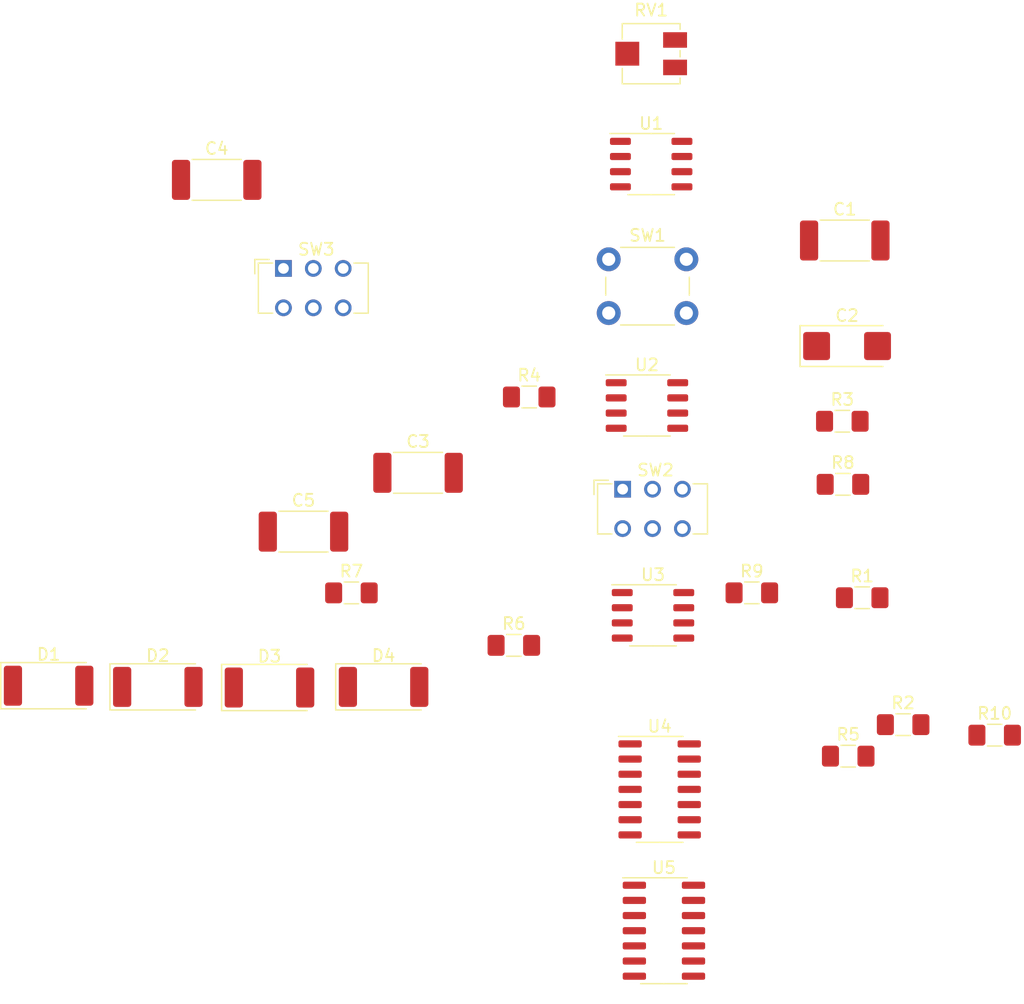
<source format=kicad_pcb>
(kicad_pcb (version 20171130) (host pcbnew 5.1.4-e60b266~84~ubuntu18.04.1)

  (general
    (thickness 1.6)
    (drawings 0)
    (tracks 0)
    (zones 0)
    (modules 28)
    (nets 29)
  )

  (page A4)
  (layers
    (0 F.Cu signal)
    (31 B.Cu signal)
    (32 B.Adhes user)
    (33 F.Adhes user)
    (34 B.Paste user)
    (35 F.Paste user)
    (36 B.SilkS user)
    (37 F.SilkS user)
    (38 B.Mask user)
    (39 F.Mask user)
    (40 Dwgs.User user)
    (41 Cmts.User user)
    (42 Eco1.User user)
    (43 Eco2.User user)
    (44 Edge.Cuts user)
    (45 Margin user)
    (46 B.CrtYd user)
    (47 F.CrtYd user)
    (48 B.Fab user)
    (49 F.Fab user)
  )

  (setup
    (last_trace_width 0.25)
    (trace_clearance 0.2)
    (zone_clearance 0.508)
    (zone_45_only no)
    (trace_min 0.2)
    (via_size 0.8)
    (via_drill 0.4)
    (via_min_size 0.4)
    (via_min_drill 0.3)
    (uvia_size 0.3)
    (uvia_drill 0.1)
    (uvias_allowed no)
    (uvia_min_size 0.2)
    (uvia_min_drill 0.1)
    (edge_width 0.05)
    (segment_width 0.2)
    (pcb_text_width 0.3)
    (pcb_text_size 1.5 1.5)
    (mod_edge_width 0.12)
    (mod_text_size 1 1)
    (mod_text_width 0.15)
    (pad_size 1.524 1.524)
    (pad_drill 0.762)
    (pad_to_mask_clearance 0.051)
    (solder_mask_min_width 0.25)
    (aux_axis_origin 0 0)
    (visible_elements FFFFFF7F)
    (pcbplotparams
      (layerselection 0x010fc_ffffffff)
      (usegerberextensions false)
      (usegerberattributes false)
      (usegerberadvancedattributes false)
      (creategerberjobfile false)
      (excludeedgelayer true)
      (linewidth 0.100000)
      (plotframeref false)
      (viasonmask false)
      (mode 1)
      (useauxorigin false)
      (hpglpennumber 1)
      (hpglpenspeed 20)
      (hpglpendiameter 15.000000)
      (psnegative false)
      (psa4output false)
      (plotreference true)
      (plotvalue true)
      (plotinvisibletext false)
      (padsonsilk false)
      (subtractmaskfromsilk false)
      (outputformat 1)
      (mirror false)
      (drillshape 1)
      (scaleselection 1)
      (outputdirectory ""))
  )

  (net 0 "")
  (net 1 "Net-(C1-Pad1)")
  (net 2 GND)
  (net 3 "Net-(C2-Pad1)")
  (net 4 "Net-(C3-Pad2)")
  (net 5 "Net-(C4-Pad1)")
  (net 6 "Net-(C5-Pad1)")
  (net 7 "Net-(D1-Pad1)")
  (net 8 "Net-(D1-Pad2)")
  (net 9 "Net-(D2-Pad2)")
  (net 10 "Net-(D2-Pad1)")
  (net 11 "Net-(D3-Pad1)")
  (net 12 "Net-(D3-Pad2)")
  (net 13 "Net-(D4-Pad2)")
  (net 14 "Net-(D4-Pad1)")
  (net 15 VCC)
  (net 16 "Net-(R1-Pad2)")
  (net 17 "Net-(R3-Pad1)")
  (net 18 "Net-(R4-Pad2)")
  (net 19 "Net-(R7-Pad2)")
  (net 20 "Net-(R8-Pad2)")
  (net 21 "Net-(SW3-Pad2)")
  (net 22 "Net-(U3-Pad7)")
  (net 23 "Net-(U4-Pad12)")
  (net 24 "Net-(U4-Pad11)")
  (net 25 "Net-(U4-Pad8)")
  (net 26 "Net-(U4-Pad3)")
  (net 27 "Net-(U5-Pad3)")
  (net 28 "Net-(U5-Pad10)")

  (net_class Default "This is the default net class."
    (clearance 0.2)
    (trace_width 0.25)
    (via_dia 0.8)
    (via_drill 0.4)
    (uvia_dia 0.3)
    (uvia_drill 0.1)
    (add_net GND)
    (add_net "Net-(C1-Pad1)")
    (add_net "Net-(C2-Pad1)")
    (add_net "Net-(C3-Pad2)")
    (add_net "Net-(C4-Pad1)")
    (add_net "Net-(C5-Pad1)")
    (add_net "Net-(D1-Pad1)")
    (add_net "Net-(D1-Pad2)")
    (add_net "Net-(D2-Pad1)")
    (add_net "Net-(D2-Pad2)")
    (add_net "Net-(D3-Pad1)")
    (add_net "Net-(D3-Pad2)")
    (add_net "Net-(D4-Pad1)")
    (add_net "Net-(D4-Pad2)")
    (add_net "Net-(R1-Pad2)")
    (add_net "Net-(R3-Pad1)")
    (add_net "Net-(R4-Pad2)")
    (add_net "Net-(R7-Pad2)")
    (add_net "Net-(R8-Pad2)")
    (add_net "Net-(SW3-Pad2)")
    (add_net "Net-(U3-Pad7)")
    (add_net "Net-(U4-Pad11)")
    (add_net "Net-(U4-Pad12)")
    (add_net "Net-(U4-Pad3)")
    (add_net "Net-(U4-Pad8)")
    (add_net "Net-(U5-Pad10)")
    (add_net "Net-(U5-Pad3)")
    (add_net VCC)
  )

  (module Capacitor_SMD:C_2512_6332Metric_Pad1.52x3.35mm_HandSolder (layer F.Cu) (tedit 5B301BBE) (tstamp 5D8EC9E8)
    (at 190.7032 61.3664)
    (descr "Capacitor SMD 2512 (6332 Metric), square (rectangular) end terminal, IPC_7351 nominal with elongated pad for handsoldering. (Body size source: http://www.tortai-tech.com/upload/download/2011102023233369053.pdf), generated with kicad-footprint-generator")
    (tags "capacitor handsolder")
    (path /5D8F51E2)
    (attr smd)
    (fp_text reference C1 (at 0 -2.62) (layer F.SilkS)
      (effects (font (size 1 1) (thickness 0.15)))
    )
    (fp_text value 10nF (at 0 2.62) (layer F.Fab)
      (effects (font (size 1 1) (thickness 0.15)))
    )
    (fp_line (start -3.15 1.6) (end -3.15 -1.6) (layer F.Fab) (width 0.1))
    (fp_line (start -3.15 -1.6) (end 3.15 -1.6) (layer F.Fab) (width 0.1))
    (fp_line (start 3.15 -1.6) (end 3.15 1.6) (layer F.Fab) (width 0.1))
    (fp_line (start 3.15 1.6) (end -3.15 1.6) (layer F.Fab) (width 0.1))
    (fp_line (start -2.052064 -1.71) (end 2.052064 -1.71) (layer F.SilkS) (width 0.12))
    (fp_line (start -2.052064 1.71) (end 2.052064 1.71) (layer F.SilkS) (width 0.12))
    (fp_line (start -4 1.92) (end -4 -1.92) (layer F.CrtYd) (width 0.05))
    (fp_line (start -4 -1.92) (end 4 -1.92) (layer F.CrtYd) (width 0.05))
    (fp_line (start 4 -1.92) (end 4 1.92) (layer F.CrtYd) (width 0.05))
    (fp_line (start 4 1.92) (end -4 1.92) (layer F.CrtYd) (width 0.05))
    (fp_text user %R (at 0 0) (layer F.Fab)
      (effects (font (size 1 1) (thickness 0.15)))
    )
    (pad 1 smd roundrect (at -2.9875 0) (size 1.525 3.35) (layers F.Cu F.Paste F.Mask) (roundrect_rratio 0.163934)
      (net 1 "Net-(C1-Pad1)"))
    (pad 2 smd roundrect (at 2.9875 0) (size 1.525 3.35) (layers F.Cu F.Paste F.Mask) (roundrect_rratio 0.163934)
      (net 2 GND))
    (model ${KISYS3DMOD}/Capacitor_SMD.3dshapes/C_2512_6332Metric.wrl
      (at (xyz 0 0 0))
      (scale (xyz 1 1 1))
      (rotate (xyz 0 0 0))
    )
  )

  (module Capacitor_Tantalum_SMD:CP_EIA-6032-28_Kemet-C_Pad2.25x2.35mm_HandSolder (layer F.Cu) (tedit 5B301BBE) (tstamp 5D8EC9FB)
    (at 190.8964 70.2056)
    (descr "Tantalum Capacitor SMD Kemet-C (6032-28 Metric), IPC_7351 nominal, (Body size from: http://www.kemet.com/Lists/ProductCatalog/Attachments/253/KEM_TC101_STD.pdf), generated with kicad-footprint-generator")
    (tags "capacitor tantalum")
    (path /5D8F6759)
    (attr smd)
    (fp_text reference C2 (at 0 -2.55) (layer F.SilkS)
      (effects (font (size 1 1) (thickness 0.15)))
    )
    (fp_text value 1uF (at 0 2.55) (layer F.Fab)
      (effects (font (size 1 1) (thickness 0.15)))
    )
    (fp_line (start 3 -1.6) (end -2.2 -1.6) (layer F.Fab) (width 0.1))
    (fp_line (start -2.2 -1.6) (end -3 -0.8) (layer F.Fab) (width 0.1))
    (fp_line (start -3 -0.8) (end -3 1.6) (layer F.Fab) (width 0.1))
    (fp_line (start -3 1.6) (end 3 1.6) (layer F.Fab) (width 0.1))
    (fp_line (start 3 1.6) (end 3 -1.6) (layer F.Fab) (width 0.1))
    (fp_line (start 3 -1.71) (end -3.935 -1.71) (layer F.SilkS) (width 0.12))
    (fp_line (start -3.935 -1.71) (end -3.935 1.71) (layer F.SilkS) (width 0.12))
    (fp_line (start -3.935 1.71) (end 3 1.71) (layer F.SilkS) (width 0.12))
    (fp_line (start -3.92 1.85) (end -3.92 -1.85) (layer F.CrtYd) (width 0.05))
    (fp_line (start -3.92 -1.85) (end 3.92 -1.85) (layer F.CrtYd) (width 0.05))
    (fp_line (start 3.92 -1.85) (end 3.92 1.85) (layer F.CrtYd) (width 0.05))
    (fp_line (start 3.92 1.85) (end -3.92 1.85) (layer F.CrtYd) (width 0.05))
    (fp_text user %R (at 0 0) (layer F.Fab)
      (effects (font (size 1 1) (thickness 0.15)))
    )
    (pad 1 smd roundrect (at -2.55 0) (size 2.25 2.35) (layers F.Cu F.Paste F.Mask) (roundrect_rratio 0.111111)
      (net 3 "Net-(C2-Pad1)"))
    (pad 2 smd roundrect (at 2.55 0) (size 2.25 2.35) (layers F.Cu F.Paste F.Mask) (roundrect_rratio 0.111111)
      (net 2 GND))
    (model ${KISYS3DMOD}/Capacitor_Tantalum_SMD.3dshapes/CP_EIA-6032-28_Kemet-C.wrl
      (at (xyz 0 0 0))
      (scale (xyz 1 1 1))
      (rotate (xyz 0 0 0))
    )
  )

  (module Capacitor_SMD:C_2512_6332Metric_Pad1.52x3.35mm_HandSolder (layer F.Cu) (tedit 5B301BBE) (tstamp 5D8ECA0C)
    (at 154.9811 80.8228)
    (descr "Capacitor SMD 2512 (6332 Metric), square (rectangular) end terminal, IPC_7351 nominal with elongated pad for handsoldering. (Body size source: http://www.tortai-tech.com/upload/download/2011102023233369053.pdf), generated with kicad-footprint-generator")
    (tags "capacitor handsolder")
    (path /5D94B151)
    (attr smd)
    (fp_text reference C3 (at 0 -2.62) (layer F.SilkS)
      (effects (font (size 1 1) (thickness 0.15)))
    )
    (fp_text value 100nF (at 0 2.62) (layer F.Fab)
      (effects (font (size 1 1) (thickness 0.15)))
    )
    (fp_text user %R (at 0 0) (layer F.Fab)
      (effects (font (size 1 1) (thickness 0.15)))
    )
    (fp_line (start 4 1.92) (end -4 1.92) (layer F.CrtYd) (width 0.05))
    (fp_line (start 4 -1.92) (end 4 1.92) (layer F.CrtYd) (width 0.05))
    (fp_line (start -4 -1.92) (end 4 -1.92) (layer F.CrtYd) (width 0.05))
    (fp_line (start -4 1.92) (end -4 -1.92) (layer F.CrtYd) (width 0.05))
    (fp_line (start -2.052064 1.71) (end 2.052064 1.71) (layer F.SilkS) (width 0.12))
    (fp_line (start -2.052064 -1.71) (end 2.052064 -1.71) (layer F.SilkS) (width 0.12))
    (fp_line (start 3.15 1.6) (end -3.15 1.6) (layer F.Fab) (width 0.1))
    (fp_line (start 3.15 -1.6) (end 3.15 1.6) (layer F.Fab) (width 0.1))
    (fp_line (start -3.15 -1.6) (end 3.15 -1.6) (layer F.Fab) (width 0.1))
    (fp_line (start -3.15 1.6) (end -3.15 -1.6) (layer F.Fab) (width 0.1))
    (pad 2 smd roundrect (at 2.9875 0) (size 1.525 3.35) (layers F.Cu F.Paste F.Mask) (roundrect_rratio 0.163934)
      (net 4 "Net-(C3-Pad2)"))
    (pad 1 smd roundrect (at -2.9875 0) (size 1.525 3.35) (layers F.Cu F.Paste F.Mask) (roundrect_rratio 0.163934)
      (net 2 GND))
    (model ${KISYS3DMOD}/Capacitor_SMD.3dshapes/C_2512_6332Metric.wrl
      (at (xyz 0 0 0))
      (scale (xyz 1 1 1))
      (rotate (xyz 0 0 0))
    )
  )

  (module Capacitor_SMD:C_2512_6332Metric_Pad1.52x3.35mm_HandSolder (layer F.Cu) (tedit 5B301BBE) (tstamp 5D8ECA1D)
    (at 138.1252 56.2864)
    (descr "Capacitor SMD 2512 (6332 Metric), square (rectangular) end terminal, IPC_7351 nominal with elongated pad for handsoldering. (Body size source: http://www.tortai-tech.com/upload/download/2011102023233369053.pdf), generated with kicad-footprint-generator")
    (tags "capacitor handsolder")
    (path /5D950B1B)
    (attr smd)
    (fp_text reference C4 (at 0 -2.62) (layer F.SilkS)
      (effects (font (size 1 1) (thickness 0.15)))
    )
    (fp_text value 10nF (at 0 2.62) (layer F.Fab)
      (effects (font (size 1 1) (thickness 0.15)))
    )
    (fp_line (start -3.15 1.6) (end -3.15 -1.6) (layer F.Fab) (width 0.1))
    (fp_line (start -3.15 -1.6) (end 3.15 -1.6) (layer F.Fab) (width 0.1))
    (fp_line (start 3.15 -1.6) (end 3.15 1.6) (layer F.Fab) (width 0.1))
    (fp_line (start 3.15 1.6) (end -3.15 1.6) (layer F.Fab) (width 0.1))
    (fp_line (start -2.052064 -1.71) (end 2.052064 -1.71) (layer F.SilkS) (width 0.12))
    (fp_line (start -2.052064 1.71) (end 2.052064 1.71) (layer F.SilkS) (width 0.12))
    (fp_line (start -4 1.92) (end -4 -1.92) (layer F.CrtYd) (width 0.05))
    (fp_line (start -4 -1.92) (end 4 -1.92) (layer F.CrtYd) (width 0.05))
    (fp_line (start 4 -1.92) (end 4 1.92) (layer F.CrtYd) (width 0.05))
    (fp_line (start 4 1.92) (end -4 1.92) (layer F.CrtYd) (width 0.05))
    (fp_text user %R (at 0 0) (layer F.Fab)
      (effects (font (size 1 1) (thickness 0.15)))
    )
    (pad 1 smd roundrect (at -2.9875 0) (size 1.525 3.35) (layers F.Cu F.Paste F.Mask) (roundrect_rratio 0.163934)
      (net 5 "Net-(C4-Pad1)"))
    (pad 2 smd roundrect (at 2.9875 0) (size 1.525 3.35) (layers F.Cu F.Paste F.Mask) (roundrect_rratio 0.163934)
      (net 2 GND))
    (model ${KISYS3DMOD}/Capacitor_SMD.3dshapes/C_2512_6332Metric.wrl
      (at (xyz 0 0 0))
      (scale (xyz 1 1 1))
      (rotate (xyz 0 0 0))
    )
  )

  (module Capacitor_SMD:C_2512_6332Metric_Pad1.52x3.35mm_HandSolder (layer F.Cu) (tedit 5B301BBE) (tstamp 5D8ECA2E)
    (at 145.3896 85.7504)
    (descr "Capacitor SMD 2512 (6332 Metric), square (rectangular) end terminal, IPC_7351 nominal with elongated pad for handsoldering. (Body size source: http://www.tortai-tech.com/upload/download/2011102023233369053.pdf), generated with kicad-footprint-generator")
    (tags "capacitor handsolder")
    (path /5D97E11E)
    (attr smd)
    (fp_text reference C5 (at 0 -2.62) (layer F.SilkS)
      (effects (font (size 1 1) (thickness 0.15)))
    )
    (fp_text value 10nF (at 0 2.62) (layer F.Fab)
      (effects (font (size 1 1) (thickness 0.15)))
    )
    (fp_text user %R (at 0 0) (layer F.Fab)
      (effects (font (size 1 1) (thickness 0.15)))
    )
    (fp_line (start 4 1.92) (end -4 1.92) (layer F.CrtYd) (width 0.05))
    (fp_line (start 4 -1.92) (end 4 1.92) (layer F.CrtYd) (width 0.05))
    (fp_line (start -4 -1.92) (end 4 -1.92) (layer F.CrtYd) (width 0.05))
    (fp_line (start -4 1.92) (end -4 -1.92) (layer F.CrtYd) (width 0.05))
    (fp_line (start -2.052064 1.71) (end 2.052064 1.71) (layer F.SilkS) (width 0.12))
    (fp_line (start -2.052064 -1.71) (end 2.052064 -1.71) (layer F.SilkS) (width 0.12))
    (fp_line (start 3.15 1.6) (end -3.15 1.6) (layer F.Fab) (width 0.1))
    (fp_line (start 3.15 -1.6) (end 3.15 1.6) (layer F.Fab) (width 0.1))
    (fp_line (start -3.15 -1.6) (end 3.15 -1.6) (layer F.Fab) (width 0.1))
    (fp_line (start -3.15 1.6) (end -3.15 -1.6) (layer F.Fab) (width 0.1))
    (pad 2 smd roundrect (at 2.9875 0) (size 1.525 3.35) (layers F.Cu F.Paste F.Mask) (roundrect_rratio 0.163934)
      (net 2 GND))
    (pad 1 smd roundrect (at -2.9875 0) (size 1.525 3.35) (layers F.Cu F.Paste F.Mask) (roundrect_rratio 0.163934)
      (net 6 "Net-(C5-Pad1)"))
    (model ${KISYS3DMOD}/Capacitor_SMD.3dshapes/C_2512_6332Metric.wrl
      (at (xyz 0 0 0))
      (scale (xyz 1 1 1))
      (rotate (xyz 0 0 0))
    )
  )

  (module LED_SMD:LED_2512_6332Metric_Pad1.52x3.35mm_HandSolder (layer F.Cu) (tedit 5B4B45C9) (tstamp 5D8ECA41)
    (at 124.0536 98.6536)
    (descr "LED SMD 2512 (6332 Metric), square (rectangular) end terminal, IPC_7351 nominal, (Body size source: http://www.tortai-tech.com/upload/download/2011102023233369053.pdf), generated with kicad-footprint-generator")
    (tags "LED handsolder")
    (path /5D8F6963)
    (attr smd)
    (fp_text reference D1 (at 0 -2.62) (layer F.SilkS)
      (effects (font (size 1 1) (thickness 0.15)))
    )
    (fp_text value LED (at 0 2.62) (layer F.Fab)
      (effects (font (size 1 1) (thickness 0.15)))
    )
    (fp_line (start 3.15 -1.6) (end -2.35 -1.6) (layer F.Fab) (width 0.1))
    (fp_line (start -2.35 -1.6) (end -3.15 -0.8) (layer F.Fab) (width 0.1))
    (fp_line (start -3.15 -0.8) (end -3.15 1.6) (layer F.Fab) (width 0.1))
    (fp_line (start -3.15 1.6) (end 3.15 1.6) (layer F.Fab) (width 0.1))
    (fp_line (start 3.15 1.6) (end 3.15 -1.6) (layer F.Fab) (width 0.1))
    (fp_line (start 3.15 -1.935) (end -4.01 -1.935) (layer F.SilkS) (width 0.12))
    (fp_line (start -4.01 -1.935) (end -4.01 1.935) (layer F.SilkS) (width 0.12))
    (fp_line (start -4.01 1.935) (end 3.15 1.935) (layer F.SilkS) (width 0.12))
    (fp_line (start -4 1.92) (end -4 -1.92) (layer F.CrtYd) (width 0.05))
    (fp_line (start -4 -1.92) (end 4 -1.92) (layer F.CrtYd) (width 0.05))
    (fp_line (start 4 -1.92) (end 4 1.92) (layer F.CrtYd) (width 0.05))
    (fp_line (start 4 1.92) (end -4 1.92) (layer F.CrtYd) (width 0.05))
    (fp_text user %R (at 0 0) (layer F.Fab)
      (effects (font (size 1 1) (thickness 0.15)))
    )
    (pad 1 smd roundrect (at -2.9875 0) (size 1.525 3.35) (layers F.Cu F.Paste F.Mask) (roundrect_rratio 0.163934)
      (net 7 "Net-(D1-Pad1)"))
    (pad 2 smd roundrect (at 2.9875 0) (size 1.525 3.35) (layers F.Cu F.Paste F.Mask) (roundrect_rratio 0.163934)
      (net 8 "Net-(D1-Pad2)"))
    (model ${KISYS3DMOD}/LED_SMD.3dshapes/LED_2512_6332Metric.wrl
      (at (xyz 0 0 0))
      (scale (xyz 1 1 1))
      (rotate (xyz 0 0 0))
    )
  )

  (module LED_SMD:LED_2512_6332Metric_Pad1.52x3.35mm_HandSolder (layer F.Cu) (tedit 5B4B45C9) (tstamp 5D8ECA54)
    (at 133.1976 98.7552)
    (descr "LED SMD 2512 (6332 Metric), square (rectangular) end terminal, IPC_7351 nominal, (Body size source: http://www.tortai-tech.com/upload/download/2011102023233369053.pdf), generated with kicad-footprint-generator")
    (tags "LED handsolder")
    (path /5D91A1E4)
    (attr smd)
    (fp_text reference D2 (at 0 -2.62) (layer F.SilkS)
      (effects (font (size 1 1) (thickness 0.15)))
    )
    (fp_text value LED (at 0 2.62) (layer F.Fab)
      (effects (font (size 1 1) (thickness 0.15)))
    )
    (fp_text user %R (at 0 0) (layer F.Fab)
      (effects (font (size 1 1) (thickness 0.15)))
    )
    (fp_line (start 4 1.92) (end -4 1.92) (layer F.CrtYd) (width 0.05))
    (fp_line (start 4 -1.92) (end 4 1.92) (layer F.CrtYd) (width 0.05))
    (fp_line (start -4 -1.92) (end 4 -1.92) (layer F.CrtYd) (width 0.05))
    (fp_line (start -4 1.92) (end -4 -1.92) (layer F.CrtYd) (width 0.05))
    (fp_line (start -4.01 1.935) (end 3.15 1.935) (layer F.SilkS) (width 0.12))
    (fp_line (start -4.01 -1.935) (end -4.01 1.935) (layer F.SilkS) (width 0.12))
    (fp_line (start 3.15 -1.935) (end -4.01 -1.935) (layer F.SilkS) (width 0.12))
    (fp_line (start 3.15 1.6) (end 3.15 -1.6) (layer F.Fab) (width 0.1))
    (fp_line (start -3.15 1.6) (end 3.15 1.6) (layer F.Fab) (width 0.1))
    (fp_line (start -3.15 -0.8) (end -3.15 1.6) (layer F.Fab) (width 0.1))
    (fp_line (start -2.35 -1.6) (end -3.15 -0.8) (layer F.Fab) (width 0.1))
    (fp_line (start 3.15 -1.6) (end -2.35 -1.6) (layer F.Fab) (width 0.1))
    (pad 2 smd roundrect (at 2.9875 0) (size 1.525 3.35) (layers F.Cu F.Paste F.Mask) (roundrect_rratio 0.163934)
      (net 9 "Net-(D2-Pad2)"))
    (pad 1 smd roundrect (at -2.9875 0) (size 1.525 3.35) (layers F.Cu F.Paste F.Mask) (roundrect_rratio 0.163934)
      (net 10 "Net-(D2-Pad1)"))
    (model ${KISYS3DMOD}/LED_SMD.3dshapes/LED_2512_6332Metric.wrl
      (at (xyz 0 0 0))
      (scale (xyz 1 1 1))
      (rotate (xyz 0 0 0))
    )
  )

  (module LED_SMD:LED_2512_6332Metric_Pad1.52x3.35mm_HandSolder (layer F.Cu) (tedit 5B4B45C9) (tstamp 5D8ECA67)
    (at 142.5448 98.806)
    (descr "LED SMD 2512 (6332 Metric), square (rectangular) end terminal, IPC_7351 nominal, (Body size source: http://www.tortai-tech.com/upload/download/2011102023233369053.pdf), generated with kicad-footprint-generator")
    (tags "LED handsolder")
    (path /5DB47D64)
    (attr smd)
    (fp_text reference D3 (at 0 -2.62) (layer F.SilkS)
      (effects (font (size 1 1) (thickness 0.15)))
    )
    (fp_text value LED (at 0 2.62) (layer F.Fab)
      (effects (font (size 1 1) (thickness 0.15)))
    )
    (fp_line (start 3.15 -1.6) (end -2.35 -1.6) (layer F.Fab) (width 0.1))
    (fp_line (start -2.35 -1.6) (end -3.15 -0.8) (layer F.Fab) (width 0.1))
    (fp_line (start -3.15 -0.8) (end -3.15 1.6) (layer F.Fab) (width 0.1))
    (fp_line (start -3.15 1.6) (end 3.15 1.6) (layer F.Fab) (width 0.1))
    (fp_line (start 3.15 1.6) (end 3.15 -1.6) (layer F.Fab) (width 0.1))
    (fp_line (start 3.15 -1.935) (end -4.01 -1.935) (layer F.SilkS) (width 0.12))
    (fp_line (start -4.01 -1.935) (end -4.01 1.935) (layer F.SilkS) (width 0.12))
    (fp_line (start -4.01 1.935) (end 3.15 1.935) (layer F.SilkS) (width 0.12))
    (fp_line (start -4 1.92) (end -4 -1.92) (layer F.CrtYd) (width 0.05))
    (fp_line (start -4 -1.92) (end 4 -1.92) (layer F.CrtYd) (width 0.05))
    (fp_line (start 4 -1.92) (end 4 1.92) (layer F.CrtYd) (width 0.05))
    (fp_line (start 4 1.92) (end -4 1.92) (layer F.CrtYd) (width 0.05))
    (fp_text user %R (at 0 0) (layer F.Fab)
      (effects (font (size 1 1) (thickness 0.15)))
    )
    (pad 1 smd roundrect (at -2.9875 0) (size 1.525 3.35) (layers F.Cu F.Paste F.Mask) (roundrect_rratio 0.163934)
      (net 11 "Net-(D3-Pad1)"))
    (pad 2 smd roundrect (at 2.9875 0) (size 1.525 3.35) (layers F.Cu F.Paste F.Mask) (roundrect_rratio 0.163934)
      (net 12 "Net-(D3-Pad2)"))
    (model ${KISYS3DMOD}/LED_SMD.3dshapes/LED_2512_6332Metric.wrl
      (at (xyz 0 0 0))
      (scale (xyz 1 1 1))
      (rotate (xyz 0 0 0))
    )
  )

  (module LED_SMD:LED_2512_6332Metric_Pad1.52x3.35mm_HandSolder (layer F.Cu) (tedit 5B4B45C9) (tstamp 5D8ECA7A)
    (at 152.0952 98.7552)
    (descr "LED SMD 2512 (6332 Metric), square (rectangular) end terminal, IPC_7351 nominal, (Body size source: http://www.tortai-tech.com/upload/download/2011102023233369053.pdf), generated with kicad-footprint-generator")
    (tags "LED handsolder")
    (path /5DBD0561)
    (attr smd)
    (fp_text reference D4 (at 0 -2.62) (layer F.SilkS)
      (effects (font (size 1 1) (thickness 0.15)))
    )
    (fp_text value LED (at 0 2.62) (layer F.Fab)
      (effects (font (size 1 1) (thickness 0.15)))
    )
    (fp_text user %R (at 0 0) (layer F.Fab)
      (effects (font (size 1 1) (thickness 0.15)))
    )
    (fp_line (start 4 1.92) (end -4 1.92) (layer F.CrtYd) (width 0.05))
    (fp_line (start 4 -1.92) (end 4 1.92) (layer F.CrtYd) (width 0.05))
    (fp_line (start -4 -1.92) (end 4 -1.92) (layer F.CrtYd) (width 0.05))
    (fp_line (start -4 1.92) (end -4 -1.92) (layer F.CrtYd) (width 0.05))
    (fp_line (start -4.01 1.935) (end 3.15 1.935) (layer F.SilkS) (width 0.12))
    (fp_line (start -4.01 -1.935) (end -4.01 1.935) (layer F.SilkS) (width 0.12))
    (fp_line (start 3.15 -1.935) (end -4.01 -1.935) (layer F.SilkS) (width 0.12))
    (fp_line (start 3.15 1.6) (end 3.15 -1.6) (layer F.Fab) (width 0.1))
    (fp_line (start -3.15 1.6) (end 3.15 1.6) (layer F.Fab) (width 0.1))
    (fp_line (start -3.15 -0.8) (end -3.15 1.6) (layer F.Fab) (width 0.1))
    (fp_line (start -2.35 -1.6) (end -3.15 -0.8) (layer F.Fab) (width 0.1))
    (fp_line (start 3.15 -1.6) (end -2.35 -1.6) (layer F.Fab) (width 0.1))
    (pad 2 smd roundrect (at 2.9875 0) (size 1.525 3.35) (layers F.Cu F.Paste F.Mask) (roundrect_rratio 0.163934)
      (net 13 "Net-(D4-Pad2)"))
    (pad 1 smd roundrect (at -2.9875 0) (size 1.525 3.35) (layers F.Cu F.Paste F.Mask) (roundrect_rratio 0.163934)
      (net 14 "Net-(D4-Pad1)"))
    (model ${KISYS3DMOD}/LED_SMD.3dshapes/LED_2512_6332Metric.wrl
      (at (xyz 0 0 0))
      (scale (xyz 1 1 1))
      (rotate (xyz 0 0 0))
    )
  )

  (module Resistor_SMD:R_1206_3216Metric_Pad1.42x1.75mm_HandSolder (layer F.Cu) (tedit 5B301BBD) (tstamp 5D8ECA8B)
    (at 192.1621 91.2876)
    (descr "Resistor SMD 1206 (3216 Metric), square (rectangular) end terminal, IPC_7351 nominal with elongated pad for handsoldering. (Body size source: http://www.tortai-tech.com/upload/download/2011102023233369053.pdf), generated with kicad-footprint-generator")
    (tags "resistor handsolder")
    (path /5D8F5563)
    (attr smd)
    (fp_text reference R1 (at 0 -1.82) (layer F.SilkS)
      (effects (font (size 1 1) (thickness 0.15)))
    )
    (fp_text value 1k (at 0 1.82) (layer F.Fab)
      (effects (font (size 1 1) (thickness 0.15)))
    )
    (fp_line (start -1.6 0.8) (end -1.6 -0.8) (layer F.Fab) (width 0.1))
    (fp_line (start -1.6 -0.8) (end 1.6 -0.8) (layer F.Fab) (width 0.1))
    (fp_line (start 1.6 -0.8) (end 1.6 0.8) (layer F.Fab) (width 0.1))
    (fp_line (start 1.6 0.8) (end -1.6 0.8) (layer F.Fab) (width 0.1))
    (fp_line (start -0.602064 -0.91) (end 0.602064 -0.91) (layer F.SilkS) (width 0.12))
    (fp_line (start -0.602064 0.91) (end 0.602064 0.91) (layer F.SilkS) (width 0.12))
    (fp_line (start -2.45 1.12) (end -2.45 -1.12) (layer F.CrtYd) (width 0.05))
    (fp_line (start -2.45 -1.12) (end 2.45 -1.12) (layer F.CrtYd) (width 0.05))
    (fp_line (start 2.45 -1.12) (end 2.45 1.12) (layer F.CrtYd) (width 0.05))
    (fp_line (start 2.45 1.12) (end -2.45 1.12) (layer F.CrtYd) (width 0.05))
    (fp_text user %R (at 0 0) (layer F.Fab)
      (effects (font (size 0.8 0.8) (thickness 0.12)))
    )
    (pad 1 smd roundrect (at -1.4875 0) (size 1.425 1.75) (layers F.Cu F.Paste F.Mask) (roundrect_rratio 0.175439)
      (net 15 VCC))
    (pad 2 smd roundrect (at 1.4875 0) (size 1.425 1.75) (layers F.Cu F.Paste F.Mask) (roundrect_rratio 0.175439)
      (net 16 "Net-(R1-Pad2)"))
    (model ${KISYS3DMOD}/Resistor_SMD.3dshapes/R_1206_3216Metric.wrl
      (at (xyz 0 0 0))
      (scale (xyz 1 1 1))
      (rotate (xyz 0 0 0))
    )
  )

  (module Resistor_SMD:R_1206_3216Metric_Pad1.42x1.75mm_HandSolder (layer F.Cu) (tedit 5B301BBD) (tstamp 5D8ECA9C)
    (at 195.590265 101.916439)
    (descr "Resistor SMD 1206 (3216 Metric), square (rectangular) end terminal, IPC_7351 nominal with elongated pad for handsoldering. (Body size source: http://www.tortai-tech.com/upload/download/2011102023233369053.pdf), generated with kicad-footprint-generator")
    (tags "resistor handsolder")
    (path /5D8F5A1A)
    (attr smd)
    (fp_text reference R2 (at 0 -1.82) (layer F.SilkS)
      (effects (font (size 1 1) (thickness 0.15)))
    )
    (fp_text value 220 (at 0 1.82) (layer F.Fab)
      (effects (font (size 1 1) (thickness 0.15)))
    )
    (fp_line (start -1.6 0.8) (end -1.6 -0.8) (layer F.Fab) (width 0.1))
    (fp_line (start -1.6 -0.8) (end 1.6 -0.8) (layer F.Fab) (width 0.1))
    (fp_line (start 1.6 -0.8) (end 1.6 0.8) (layer F.Fab) (width 0.1))
    (fp_line (start 1.6 0.8) (end -1.6 0.8) (layer F.Fab) (width 0.1))
    (fp_line (start -0.602064 -0.91) (end 0.602064 -0.91) (layer F.SilkS) (width 0.12))
    (fp_line (start -0.602064 0.91) (end 0.602064 0.91) (layer F.SilkS) (width 0.12))
    (fp_line (start -2.45 1.12) (end -2.45 -1.12) (layer F.CrtYd) (width 0.05))
    (fp_line (start -2.45 -1.12) (end 2.45 -1.12) (layer F.CrtYd) (width 0.05))
    (fp_line (start 2.45 -1.12) (end 2.45 1.12) (layer F.CrtYd) (width 0.05))
    (fp_line (start 2.45 1.12) (end -2.45 1.12) (layer F.CrtYd) (width 0.05))
    (fp_text user %R (at 0 0) (layer F.Fab)
      (effects (font (size 0.8 0.8) (thickness 0.12)))
    )
    (pad 1 smd roundrect (at -1.4875 0) (size 1.425 1.75) (layers F.Cu F.Paste F.Mask) (roundrect_rratio 0.175439)
      (net 7 "Net-(D1-Pad1)"))
    (pad 2 smd roundrect (at 1.4875 0) (size 1.425 1.75) (layers F.Cu F.Paste F.Mask) (roundrect_rratio 0.175439)
      (net 2 GND))
    (model ${KISYS3DMOD}/Resistor_SMD.3dshapes/R_1206_3216Metric.wrl
      (at (xyz 0 0 0))
      (scale (xyz 1 1 1))
      (rotate (xyz 0 0 0))
    )
  )

  (module Resistor_SMD:R_1206_3216Metric_Pad1.42x1.75mm_HandSolder (layer F.Cu) (tedit 5B301BBD) (tstamp 5D8ECAAD)
    (at 190.5 76.5048)
    (descr "Resistor SMD 1206 (3216 Metric), square (rectangular) end terminal, IPC_7351 nominal with elongated pad for handsoldering. (Body size source: http://www.tortai-tech.com/upload/download/2011102023233369053.pdf), generated with kicad-footprint-generator")
    (tags "resistor handsolder")
    (path /5D8F582F)
    (attr smd)
    (fp_text reference R3 (at 0 -1.82) (layer F.SilkS)
      (effects (font (size 1 1) (thickness 0.15)))
    )
    (fp_text value 1k (at 0 1.82) (layer F.Fab)
      (effects (font (size 1 1) (thickness 0.15)))
    )
    (fp_text user %R (at 0 0) (layer F.Fab)
      (effects (font (size 0.8 0.8) (thickness 0.12)))
    )
    (fp_line (start 2.45 1.12) (end -2.45 1.12) (layer F.CrtYd) (width 0.05))
    (fp_line (start 2.45 -1.12) (end 2.45 1.12) (layer F.CrtYd) (width 0.05))
    (fp_line (start -2.45 -1.12) (end 2.45 -1.12) (layer F.CrtYd) (width 0.05))
    (fp_line (start -2.45 1.12) (end -2.45 -1.12) (layer F.CrtYd) (width 0.05))
    (fp_line (start -0.602064 0.91) (end 0.602064 0.91) (layer F.SilkS) (width 0.12))
    (fp_line (start -0.602064 -0.91) (end 0.602064 -0.91) (layer F.SilkS) (width 0.12))
    (fp_line (start 1.6 0.8) (end -1.6 0.8) (layer F.Fab) (width 0.1))
    (fp_line (start 1.6 -0.8) (end 1.6 0.8) (layer F.Fab) (width 0.1))
    (fp_line (start -1.6 -0.8) (end 1.6 -0.8) (layer F.Fab) (width 0.1))
    (fp_line (start -1.6 0.8) (end -1.6 -0.8) (layer F.Fab) (width 0.1))
    (pad 2 smd roundrect (at 1.4875 0) (size 1.425 1.75) (layers F.Cu F.Paste F.Mask) (roundrect_rratio 0.175439)
      (net 16 "Net-(R1-Pad2)"))
    (pad 1 smd roundrect (at -1.4875 0) (size 1.425 1.75) (layers F.Cu F.Paste F.Mask) (roundrect_rratio 0.175439)
      (net 17 "Net-(R3-Pad1)"))
    (model ${KISYS3DMOD}/Resistor_SMD.3dshapes/R_1206_3216Metric.wrl
      (at (xyz 0 0 0))
      (scale (xyz 1 1 1))
      (rotate (xyz 0 0 0))
    )
  )

  (module Resistor_SMD:R_1206_3216Metric_Pad1.42x1.75mm_HandSolder (layer F.Cu) (tedit 5B301BBD) (tstamp 5D8ECABE)
    (at 164.2872 74.4728)
    (descr "Resistor SMD 1206 (3216 Metric), square (rectangular) end terminal, IPC_7351 nominal with elongated pad for handsoldering. (Body size source: http://www.tortai-tech.com/upload/download/2011102023233369053.pdf), generated with kicad-footprint-generator")
    (tags "resistor handsolder")
    (path /5D9193A1)
    (attr smd)
    (fp_text reference R4 (at 0 -1.82) (layer F.SilkS)
      (effects (font (size 1 1) (thickness 0.15)))
    )
    (fp_text value 1k (at 0 1.82) (layer F.Fab)
      (effects (font (size 1 1) (thickness 0.15)))
    )
    (fp_line (start -1.6 0.8) (end -1.6 -0.8) (layer F.Fab) (width 0.1))
    (fp_line (start -1.6 -0.8) (end 1.6 -0.8) (layer F.Fab) (width 0.1))
    (fp_line (start 1.6 -0.8) (end 1.6 0.8) (layer F.Fab) (width 0.1))
    (fp_line (start 1.6 0.8) (end -1.6 0.8) (layer F.Fab) (width 0.1))
    (fp_line (start -0.602064 -0.91) (end 0.602064 -0.91) (layer F.SilkS) (width 0.12))
    (fp_line (start -0.602064 0.91) (end 0.602064 0.91) (layer F.SilkS) (width 0.12))
    (fp_line (start -2.45 1.12) (end -2.45 -1.12) (layer F.CrtYd) (width 0.05))
    (fp_line (start -2.45 -1.12) (end 2.45 -1.12) (layer F.CrtYd) (width 0.05))
    (fp_line (start 2.45 -1.12) (end 2.45 1.12) (layer F.CrtYd) (width 0.05))
    (fp_line (start 2.45 1.12) (end -2.45 1.12) (layer F.CrtYd) (width 0.05))
    (fp_text user %R (at 0 0) (layer F.Fab)
      (effects (font (size 0.8 0.8) (thickness 0.12)))
    )
    (pad 1 smd roundrect (at -1.4875 0) (size 1.425 1.75) (layers F.Cu F.Paste F.Mask) (roundrect_rratio 0.175439)
      (net 15 VCC))
    (pad 2 smd roundrect (at 1.4875 0) (size 1.425 1.75) (layers F.Cu F.Paste F.Mask) (roundrect_rratio 0.175439)
      (net 18 "Net-(R4-Pad2)"))
    (model ${KISYS3DMOD}/Resistor_SMD.3dshapes/R_1206_3216Metric.wrl
      (at (xyz 0 0 0))
      (scale (xyz 1 1 1))
      (rotate (xyz 0 0 0))
    )
  )

  (module Resistor_SMD:R_1206_3216Metric_Pad1.42x1.75mm_HandSolder (layer F.Cu) (tedit 5B301BBD) (tstamp 5D8ECACF)
    (at 190.992489 104.555326)
    (descr "Resistor SMD 1206 (3216 Metric), square (rectangular) end terminal, IPC_7351 nominal with elongated pad for handsoldering. (Body size source: http://www.tortai-tech.com/upload/download/2011102023233369053.pdf), generated with kicad-footprint-generator")
    (tags "resistor handsolder")
    (path /5D91A65F)
    (attr smd)
    (fp_text reference R5 (at 0 -1.82) (layer F.SilkS)
      (effects (font (size 1 1) (thickness 0.15)))
    )
    (fp_text value 1M (at 0 1.82) (layer F.Fab)
      (effects (font (size 1 1) (thickness 0.15)))
    )
    (fp_text user %R (at 0 0) (layer F.Fab)
      (effects (font (size 0.8 0.8) (thickness 0.12)))
    )
    (fp_line (start 2.45 1.12) (end -2.45 1.12) (layer F.CrtYd) (width 0.05))
    (fp_line (start 2.45 -1.12) (end 2.45 1.12) (layer F.CrtYd) (width 0.05))
    (fp_line (start -2.45 -1.12) (end 2.45 -1.12) (layer F.CrtYd) (width 0.05))
    (fp_line (start -2.45 1.12) (end -2.45 -1.12) (layer F.CrtYd) (width 0.05))
    (fp_line (start -0.602064 0.91) (end 0.602064 0.91) (layer F.SilkS) (width 0.12))
    (fp_line (start -0.602064 -0.91) (end 0.602064 -0.91) (layer F.SilkS) (width 0.12))
    (fp_line (start 1.6 0.8) (end -1.6 0.8) (layer F.Fab) (width 0.1))
    (fp_line (start 1.6 -0.8) (end 1.6 0.8) (layer F.Fab) (width 0.1))
    (fp_line (start -1.6 -0.8) (end 1.6 -0.8) (layer F.Fab) (width 0.1))
    (fp_line (start -1.6 0.8) (end -1.6 -0.8) (layer F.Fab) (width 0.1))
    (pad 2 smd roundrect (at 1.4875 0) (size 1.425 1.75) (layers F.Cu F.Paste F.Mask) (roundrect_rratio 0.175439)
      (net 4 "Net-(C3-Pad2)"))
    (pad 1 smd roundrect (at -1.4875 0) (size 1.425 1.75) (layers F.Cu F.Paste F.Mask) (roundrect_rratio 0.175439)
      (net 15 VCC))
    (model ${KISYS3DMOD}/Resistor_SMD.3dshapes/R_1206_3216Metric.wrl
      (at (xyz 0 0 0))
      (scale (xyz 1 1 1))
      (rotate (xyz 0 0 0))
    )
  )

  (module Resistor_SMD:R_1206_3216Metric_Pad1.42x1.75mm_HandSolder (layer F.Cu) (tedit 5B301BBD) (tstamp 5D8ECAE0)
    (at 163.000937 95.274955)
    (descr "Resistor SMD 1206 (3216 Metric), square (rectangular) end terminal, IPC_7351 nominal with elongated pad for handsoldering. (Body size source: http://www.tortai-tech.com/upload/download/2011102023233369053.pdf), generated with kicad-footprint-generator")
    (tags "resistor handsolder")
    (path /5D919E92)
    (attr smd)
    (fp_text reference R6 (at 0 -1.82) (layer F.SilkS)
      (effects (font (size 1 1) (thickness 0.15)))
    )
    (fp_text value 220 (at 0 1.82) (layer F.Fab)
      (effects (font (size 1 1) (thickness 0.15)))
    )
    (fp_line (start -1.6 0.8) (end -1.6 -0.8) (layer F.Fab) (width 0.1))
    (fp_line (start -1.6 -0.8) (end 1.6 -0.8) (layer F.Fab) (width 0.1))
    (fp_line (start 1.6 -0.8) (end 1.6 0.8) (layer F.Fab) (width 0.1))
    (fp_line (start 1.6 0.8) (end -1.6 0.8) (layer F.Fab) (width 0.1))
    (fp_line (start -0.602064 -0.91) (end 0.602064 -0.91) (layer F.SilkS) (width 0.12))
    (fp_line (start -0.602064 0.91) (end 0.602064 0.91) (layer F.SilkS) (width 0.12))
    (fp_line (start -2.45 1.12) (end -2.45 -1.12) (layer F.CrtYd) (width 0.05))
    (fp_line (start -2.45 -1.12) (end 2.45 -1.12) (layer F.CrtYd) (width 0.05))
    (fp_line (start 2.45 -1.12) (end 2.45 1.12) (layer F.CrtYd) (width 0.05))
    (fp_line (start 2.45 1.12) (end -2.45 1.12) (layer F.CrtYd) (width 0.05))
    (fp_text user %R (at 0 0) (layer F.Fab)
      (effects (font (size 0.8 0.8) (thickness 0.12)))
    )
    (pad 1 smd roundrect (at -1.4875 0) (size 1.425 1.75) (layers F.Cu F.Paste F.Mask) (roundrect_rratio 0.175439)
      (net 2 GND))
    (pad 2 smd roundrect (at 1.4875 0) (size 1.425 1.75) (layers F.Cu F.Paste F.Mask) (roundrect_rratio 0.175439)
      (net 10 "Net-(D2-Pad1)"))
    (model ${KISYS3DMOD}/Resistor_SMD.3dshapes/R_1206_3216Metric.wrl
      (at (xyz 0 0 0))
      (scale (xyz 1 1 1))
      (rotate (xyz 0 0 0))
    )
  )

  (module Resistor_SMD:R_1206_3216Metric_Pad1.42x1.75mm_HandSolder (layer F.Cu) (tedit 5B301BBD) (tstamp 5D8ECAF1)
    (at 149.4028 90.8812)
    (descr "Resistor SMD 1206 (3216 Metric), square (rectangular) end terminal, IPC_7351 nominal with elongated pad for handsoldering. (Body size source: http://www.tortai-tech.com/upload/download/2011102023233369053.pdf), generated with kicad-footprint-generator")
    (tags "resistor handsolder")
    (path /5D978744)
    (attr smd)
    (fp_text reference R7 (at 0 -1.82) (layer F.SilkS)
      (effects (font (size 1 1) (thickness 0.15)))
    )
    (fp_text value 1k (at 0 1.82) (layer F.Fab)
      (effects (font (size 1 1) (thickness 0.15)))
    )
    (fp_line (start -1.6 0.8) (end -1.6 -0.8) (layer F.Fab) (width 0.1))
    (fp_line (start -1.6 -0.8) (end 1.6 -0.8) (layer F.Fab) (width 0.1))
    (fp_line (start 1.6 -0.8) (end 1.6 0.8) (layer F.Fab) (width 0.1))
    (fp_line (start 1.6 0.8) (end -1.6 0.8) (layer F.Fab) (width 0.1))
    (fp_line (start -0.602064 -0.91) (end 0.602064 -0.91) (layer F.SilkS) (width 0.12))
    (fp_line (start -0.602064 0.91) (end 0.602064 0.91) (layer F.SilkS) (width 0.12))
    (fp_line (start -2.45 1.12) (end -2.45 -1.12) (layer F.CrtYd) (width 0.05))
    (fp_line (start -2.45 -1.12) (end 2.45 -1.12) (layer F.CrtYd) (width 0.05))
    (fp_line (start 2.45 -1.12) (end 2.45 1.12) (layer F.CrtYd) (width 0.05))
    (fp_line (start 2.45 1.12) (end -2.45 1.12) (layer F.CrtYd) (width 0.05))
    (fp_text user %R (at 0 0) (layer F.Fab)
      (effects (font (size 0.8 0.8) (thickness 0.12)))
    )
    (pad 1 smd roundrect (at -1.4875 0) (size 1.425 1.75) (layers F.Cu F.Paste F.Mask) (roundrect_rratio 0.175439)
      (net 15 VCC))
    (pad 2 smd roundrect (at 1.4875 0) (size 1.425 1.75) (layers F.Cu F.Paste F.Mask) (roundrect_rratio 0.175439)
      (net 19 "Net-(R7-Pad2)"))
    (model ${KISYS3DMOD}/Resistor_SMD.3dshapes/R_1206_3216Metric.wrl
      (at (xyz 0 0 0))
      (scale (xyz 1 1 1))
      (rotate (xyz 0 0 0))
    )
  )

  (module Resistor_SMD:R_1206_3216Metric_Pad1.42x1.75mm_HandSolder (layer F.Cu) (tedit 5B301BBD) (tstamp 5D8ECB02)
    (at 190.5508 81.788)
    (descr "Resistor SMD 1206 (3216 Metric), square (rectangular) end terminal, IPC_7351 nominal with elongated pad for handsoldering. (Body size source: http://www.tortai-tech.com/upload/download/2011102023233369053.pdf), generated with kicad-footprint-generator")
    (tags "resistor handsolder")
    (path /5D967A59)
    (attr smd)
    (fp_text reference R8 (at 0 -1.82) (layer F.SilkS)
      (effects (font (size 1 1) (thickness 0.15)))
    )
    (fp_text value 1k (at 0 1.82) (layer F.Fab)
      (effects (font (size 1 1) (thickness 0.15)))
    )
    (fp_text user %R (at 0 0) (layer F.Fab)
      (effects (font (size 0.8 0.8) (thickness 0.12)))
    )
    (fp_line (start 2.45 1.12) (end -2.45 1.12) (layer F.CrtYd) (width 0.05))
    (fp_line (start 2.45 -1.12) (end 2.45 1.12) (layer F.CrtYd) (width 0.05))
    (fp_line (start -2.45 -1.12) (end 2.45 -1.12) (layer F.CrtYd) (width 0.05))
    (fp_line (start -2.45 1.12) (end -2.45 -1.12) (layer F.CrtYd) (width 0.05))
    (fp_line (start -0.602064 0.91) (end 0.602064 0.91) (layer F.SilkS) (width 0.12))
    (fp_line (start -0.602064 -0.91) (end 0.602064 -0.91) (layer F.SilkS) (width 0.12))
    (fp_line (start 1.6 0.8) (end -1.6 0.8) (layer F.Fab) (width 0.1))
    (fp_line (start 1.6 -0.8) (end 1.6 0.8) (layer F.Fab) (width 0.1))
    (fp_line (start -1.6 -0.8) (end 1.6 -0.8) (layer F.Fab) (width 0.1))
    (fp_line (start -1.6 0.8) (end -1.6 -0.8) (layer F.Fab) (width 0.1))
    (pad 2 smd roundrect (at 1.4875 0) (size 1.425 1.75) (layers F.Cu F.Paste F.Mask) (roundrect_rratio 0.175439)
      (net 20 "Net-(R8-Pad2)"))
    (pad 1 smd roundrect (at -1.4875 0) (size 1.425 1.75) (layers F.Cu F.Paste F.Mask) (roundrect_rratio 0.175439)
      (net 15 VCC))
    (model ${KISYS3DMOD}/Resistor_SMD.3dshapes/R_1206_3216Metric.wrl
      (at (xyz 0 0 0))
      (scale (xyz 1 1 1))
      (rotate (xyz 0 0 0))
    )
  )

  (module Resistor_SMD:R_1206_3216Metric_Pad1.42x1.75mm_HandSolder (layer F.Cu) (tedit 5B301BBD) (tstamp 5D8ECB13)
    (at 182.924633 90.87681)
    (descr "Resistor SMD 1206 (3216 Metric), square (rectangular) end terminal, IPC_7351 nominal with elongated pad for handsoldering. (Body size source: http://www.tortai-tech.com/upload/download/2011102023233369053.pdf), generated with kicad-footprint-generator")
    (tags "resistor handsolder")
    (path /5DB47D6A)
    (attr smd)
    (fp_text reference R9 (at 0 -1.82) (layer F.SilkS)
      (effects (font (size 1 1) (thickness 0.15)))
    )
    (fp_text value 220 (at 0 1.82) (layer F.Fab)
      (effects (font (size 1 1) (thickness 0.15)))
    )
    (fp_text user %R (at 0 0) (layer F.Fab)
      (effects (font (size 0.8 0.8) (thickness 0.12)))
    )
    (fp_line (start 2.45 1.12) (end -2.45 1.12) (layer F.CrtYd) (width 0.05))
    (fp_line (start 2.45 -1.12) (end 2.45 1.12) (layer F.CrtYd) (width 0.05))
    (fp_line (start -2.45 -1.12) (end 2.45 -1.12) (layer F.CrtYd) (width 0.05))
    (fp_line (start -2.45 1.12) (end -2.45 -1.12) (layer F.CrtYd) (width 0.05))
    (fp_line (start -0.602064 0.91) (end 0.602064 0.91) (layer F.SilkS) (width 0.12))
    (fp_line (start -0.602064 -0.91) (end 0.602064 -0.91) (layer F.SilkS) (width 0.12))
    (fp_line (start 1.6 0.8) (end -1.6 0.8) (layer F.Fab) (width 0.1))
    (fp_line (start 1.6 -0.8) (end 1.6 0.8) (layer F.Fab) (width 0.1))
    (fp_line (start -1.6 -0.8) (end 1.6 -0.8) (layer F.Fab) (width 0.1))
    (fp_line (start -1.6 0.8) (end -1.6 -0.8) (layer F.Fab) (width 0.1))
    (pad 2 smd roundrect (at 1.4875 0) (size 1.425 1.75) (layers F.Cu F.Paste F.Mask) (roundrect_rratio 0.175439)
      (net 11 "Net-(D3-Pad1)"))
    (pad 1 smd roundrect (at -1.4875 0) (size 1.425 1.75) (layers F.Cu F.Paste F.Mask) (roundrect_rratio 0.175439)
      (net 2 GND))
    (model ${KISYS3DMOD}/Resistor_SMD.3dshapes/R_1206_3216Metric.wrl
      (at (xyz 0 0 0))
      (scale (xyz 1 1 1))
      (rotate (xyz 0 0 0))
    )
  )

  (module Resistor_SMD:R_1206_3216Metric_Pad1.42x1.75mm_HandSolder (layer F.Cu) (tedit 5B301BBD) (tstamp 5D8ECB24)
    (at 203.253225 102.796068)
    (descr "Resistor SMD 1206 (3216 Metric), square (rectangular) end terminal, IPC_7351 nominal with elongated pad for handsoldering. (Body size source: http://www.tortai-tech.com/upload/download/2011102023233369053.pdf), generated with kicad-footprint-generator")
    (tags "resistor handsolder")
    (path /5DBD0567)
    (attr smd)
    (fp_text reference R10 (at 0 -1.82) (layer F.SilkS)
      (effects (font (size 1 1) (thickness 0.15)))
    )
    (fp_text value 220 (at 0 1.82) (layer F.Fab)
      (effects (font (size 1 1) (thickness 0.15)))
    )
    (fp_text user %R (at 0 0) (layer F.Fab)
      (effects (font (size 0.8 0.8) (thickness 0.12)))
    )
    (fp_line (start 2.45 1.12) (end -2.45 1.12) (layer F.CrtYd) (width 0.05))
    (fp_line (start 2.45 -1.12) (end 2.45 1.12) (layer F.CrtYd) (width 0.05))
    (fp_line (start -2.45 -1.12) (end 2.45 -1.12) (layer F.CrtYd) (width 0.05))
    (fp_line (start -2.45 1.12) (end -2.45 -1.12) (layer F.CrtYd) (width 0.05))
    (fp_line (start -0.602064 0.91) (end 0.602064 0.91) (layer F.SilkS) (width 0.12))
    (fp_line (start -0.602064 -0.91) (end 0.602064 -0.91) (layer F.SilkS) (width 0.12))
    (fp_line (start 1.6 0.8) (end -1.6 0.8) (layer F.Fab) (width 0.1))
    (fp_line (start 1.6 -0.8) (end 1.6 0.8) (layer F.Fab) (width 0.1))
    (fp_line (start -1.6 -0.8) (end 1.6 -0.8) (layer F.Fab) (width 0.1))
    (fp_line (start -1.6 0.8) (end -1.6 -0.8) (layer F.Fab) (width 0.1))
    (pad 2 smd roundrect (at 1.4875 0) (size 1.425 1.75) (layers F.Cu F.Paste F.Mask) (roundrect_rratio 0.175439)
      (net 2 GND))
    (pad 1 smd roundrect (at -1.4875 0) (size 1.425 1.75) (layers F.Cu F.Paste F.Mask) (roundrect_rratio 0.175439)
      (net 14 "Net-(D4-Pad1)"))
    (model ${KISYS3DMOD}/Resistor_SMD.3dshapes/R_1206_3216Metric.wrl
      (at (xyz 0 0 0))
      (scale (xyz 1 1 1))
      (rotate (xyz 0 0 0))
    )
  )

  (module Potentiometer_SMD:Potentiometer_Bourns_3214J_Horizontal (layer F.Cu) (tedit 5A3D7171) (tstamp 5D8ECB43)
    (at 174.498 45.72)
    (descr "Potentiometer, horizontal, Bourns 3214J, https://www.bourns.com/docs/Product-Datasheets/3214.pdf")
    (tags "Potentiometer horizontal Bourns 3214J")
    (path /5D8F7228)
    (attr smd)
    (fp_text reference RV1 (at 0 -3.65) (layer F.SilkS)
      (effects (font (size 1 1) (thickness 0.15)))
    )
    (fp_text value 100k (at 0 3.65) (layer F.Fab)
      (effects (font (size 1 1) (thickness 0.15)))
    )
    (fp_line (start -2.3 -2.4) (end -2.3 2.4) (layer F.Fab) (width 0.1))
    (fp_line (start -2.3 2.4) (end 2.3 2.4) (layer F.Fab) (width 0.1))
    (fp_line (start 2.3 2.4) (end 2.3 -2.4) (layer F.Fab) (width 0.1))
    (fp_line (start 2.3 -2.4) (end -2.3 -2.4) (layer F.Fab) (width 0.1))
    (fp_line (start -2.3 -2.02) (end -2.3 -0.24) (layer F.Fab) (width 0.1))
    (fp_line (start -2.3 -0.24) (end -2.3 -0.24) (layer F.Fab) (width 0.1))
    (fp_line (start -2.3 -0.24) (end -2.3 -2.02) (layer F.Fab) (width 0.1))
    (fp_line (start -2.3 -2.02) (end -2.3 -2.02) (layer F.Fab) (width 0.1))
    (fp_line (start -2.3 -1.13) (end -2.3 -1.13) (layer F.Fab) (width 0.1))
    (fp_line (start -2.42 -2.52) (end 2.42 -2.52) (layer F.SilkS) (width 0.12))
    (fp_line (start -2.42 2.52) (end 2.42 2.52) (layer F.SilkS) (width 0.12))
    (fp_line (start -2.42 -2.52) (end -2.42 -1.24) (layer F.SilkS) (width 0.12))
    (fp_line (start -2.42 1.24) (end -2.42 2.52) (layer F.SilkS) (width 0.12))
    (fp_line (start 2.42 -2.52) (end 2.42 -2.04) (layer F.SilkS) (width 0.12))
    (fp_line (start 2.42 -0.26) (end 2.42 0.26) (layer F.SilkS) (width 0.12))
    (fp_line (start 2.42 2.04) (end 2.42 2.52) (layer F.SilkS) (width 0.12))
    (fp_line (start -2.42 -2.14) (end -2.42 -2.14) (layer F.SilkS) (width 0.12))
    (fp_line (start -2.42 -2.14) (end -2.42 -1.24) (layer F.SilkS) (width 0.12))
    (fp_line (start -2.42 -2.14) (end -2.42 -1.24) (layer F.SilkS) (width 0.12))
    (fp_line (start -3.25 -2.65) (end -3.25 2.65) (layer F.CrtYd) (width 0.05))
    (fp_line (start -3.25 2.65) (end 3.25 2.65) (layer F.CrtYd) (width 0.05))
    (fp_line (start 3.25 2.65) (end 3.25 -2.65) (layer F.CrtYd) (width 0.05))
    (fp_line (start 3.25 -2.65) (end -3.25 -2.65) (layer F.CrtYd) (width 0.05))
    (fp_text user %R (at 0 0) (layer F.Fab)
      (effects (font (size 1 1) (thickness 0.15)))
    )
    (pad 1 smd rect (at 2 -1.15) (size 2 1.3) (layers F.Cu F.Paste F.Mask)
      (net 2 GND))
    (pad 2 smd rect (at -2 0) (size 2 2) (layers F.Cu F.Paste F.Mask)
      (net 3 "Net-(C2-Pad1)"))
    (pad 3 smd rect (at 2 1.15) (size 2 1.3) (layers F.Cu F.Paste F.Mask)
      (net 17 "Net-(R3-Pad1)"))
    (model ${KISYS3DMOD}/Potentiometer_SMD.3dshapes/Potentiometer_Bourns_3214J_Horizontal.wrl
      (at (xyz 0 0 0))
      (scale (xyz 1 1 1))
      (rotate (xyz 0 0 0))
    )
  )

  (module Button_Switch_THT:SW_PUSH_6mm_H4.3mm (layer F.Cu) (tedit 5A02FE31) (tstamp 5D8ECB62)
    (at 170.942 62.9412)
    (descr "tactile push button, 6x6mm e.g. PHAP33xx series, height=4.3mm")
    (tags "tact sw push 6mm")
    (path /5D918B03)
    (fp_text reference SW1 (at 3.25 -2) (layer F.SilkS)
      (effects (font (size 1 1) (thickness 0.15)))
    )
    (fp_text value Step (at 3.75 6.7) (layer F.Fab)
      (effects (font (size 1 1) (thickness 0.15)))
    )
    (fp_text user %R (at 3.25 2.25) (layer F.Fab)
      (effects (font (size 1 1) (thickness 0.15)))
    )
    (fp_line (start 3.25 -0.75) (end 6.25 -0.75) (layer F.Fab) (width 0.1))
    (fp_line (start 6.25 -0.75) (end 6.25 5.25) (layer F.Fab) (width 0.1))
    (fp_line (start 6.25 5.25) (end 0.25 5.25) (layer F.Fab) (width 0.1))
    (fp_line (start 0.25 5.25) (end 0.25 -0.75) (layer F.Fab) (width 0.1))
    (fp_line (start 0.25 -0.75) (end 3.25 -0.75) (layer F.Fab) (width 0.1))
    (fp_line (start 7.75 6) (end 8 6) (layer F.CrtYd) (width 0.05))
    (fp_line (start 8 6) (end 8 5.75) (layer F.CrtYd) (width 0.05))
    (fp_line (start 7.75 -1.5) (end 8 -1.5) (layer F.CrtYd) (width 0.05))
    (fp_line (start 8 -1.5) (end 8 -1.25) (layer F.CrtYd) (width 0.05))
    (fp_line (start -1.5 -1.25) (end -1.5 -1.5) (layer F.CrtYd) (width 0.05))
    (fp_line (start -1.5 -1.5) (end -1.25 -1.5) (layer F.CrtYd) (width 0.05))
    (fp_line (start -1.5 5.75) (end -1.5 6) (layer F.CrtYd) (width 0.05))
    (fp_line (start -1.5 6) (end -1.25 6) (layer F.CrtYd) (width 0.05))
    (fp_line (start -1.25 -1.5) (end 7.75 -1.5) (layer F.CrtYd) (width 0.05))
    (fp_line (start -1.5 5.75) (end -1.5 -1.25) (layer F.CrtYd) (width 0.05))
    (fp_line (start 7.75 6) (end -1.25 6) (layer F.CrtYd) (width 0.05))
    (fp_line (start 8 -1.25) (end 8 5.75) (layer F.CrtYd) (width 0.05))
    (fp_line (start 1 5.5) (end 5.5 5.5) (layer F.SilkS) (width 0.12))
    (fp_line (start -0.25 1.5) (end -0.25 3) (layer F.SilkS) (width 0.12))
    (fp_line (start 5.5 -1) (end 1 -1) (layer F.SilkS) (width 0.12))
    (fp_line (start 6.75 3) (end 6.75 1.5) (layer F.SilkS) (width 0.12))
    (fp_circle (center 3.25 2.25) (end 1.25 2.5) (layer F.Fab) (width 0.1))
    (pad 2 thru_hole circle (at 0 4.5 90) (size 2 2) (drill 1.1) (layers *.Cu *.Mask)
      (net 18 "Net-(R4-Pad2)"))
    (pad 1 thru_hole circle (at 0 0 90) (size 2 2) (drill 1.1) (layers *.Cu *.Mask)
      (net 2 GND))
    (pad 2 thru_hole circle (at 6.5 4.5 90) (size 2 2) (drill 1.1) (layers *.Cu *.Mask)
      (net 18 "Net-(R4-Pad2)"))
    (pad 1 thru_hole circle (at 6.5 0 90) (size 2 2) (drill 1.1) (layers *.Cu *.Mask)
      (net 2 GND))
    (model ${KISYS3DMOD}/Button_Switch_THT.3dshapes/SW_PUSH_6mm_H4.3mm.wrl
      (at (xyz 0 0 0))
      (scale (xyz 1 1 1))
      (rotate (xyz 0 0 0))
    )
  )

  (module Button_Switch_THT:SW_CuK_JS202011CQN_DPDT_Straight (layer F.Cu) (tedit 5A02FE31) (tstamp 5D8ECB7E)
    (at 172.1104 82.1944)
    (descr "CuK sub miniature slide switch, JS series, DPDT, right angle, http://www.ckswitches.com/media/1422/js.pdf")
    (tags "switch DPDT")
    (path /5D963F70)
    (fp_text reference SW2 (at 2.75 -1.6) (layer F.SilkS)
      (effects (font (size 1 1) (thickness 0.15)))
    )
    (fp_text value Switch (at 3 5) (layer F.Fab)
      (effects (font (size 1 1) (thickness 0.15)))
    )
    (fp_line (start -1 -0.35) (end -2 0.65) (layer F.Fab) (width 0.1))
    (fp_line (start -2.25 4.25) (end -2.25 -0.95) (layer F.CrtYd) (width 0.05))
    (fp_line (start 7.25 4.25) (end -2.25 4.25) (layer F.CrtYd) (width 0.05))
    (fp_line (start 7.25 -0.95) (end 7.25 4.25) (layer F.CrtYd) (width 0.05))
    (fp_line (start -2.25 -0.95) (end 7.25 -0.95) (layer F.CrtYd) (width 0.05))
    (fp_line (start -2.4 -0.75) (end -2.4 0.45) (layer F.SilkS) (width 0.12))
    (fp_line (start -1.2 -0.75) (end -2.4 -0.75) (layer F.SilkS) (width 0.12))
    (fp_line (start 7.1 3.75) (end 5.9 3.75) (layer F.SilkS) (width 0.12))
    (fp_line (start 7.1 -0.45) (end 7.1 3.75) (layer F.SilkS) (width 0.12))
    (fp_line (start 5.9 -0.45) (end 7.1 -0.45) (layer F.SilkS) (width 0.12))
    (fp_line (start -2.1 3.75) (end -0.9 3.75) (layer F.SilkS) (width 0.12))
    (fp_line (start -2.1 -0.45) (end -2.1 3.75) (layer F.SilkS) (width 0.12))
    (fp_line (start -0.9 -0.45) (end -2.1 -0.45) (layer F.SilkS) (width 0.12))
    (fp_text user %R (at 2 1.65) (layer F.Fab)
      (effects (font (size 1 1) (thickness 0.15)))
    )
    (fp_line (start -2 3.65) (end -2 0.65) (layer F.Fab) (width 0.1))
    (fp_line (start 7 3.65) (end -2 3.65) (layer F.Fab) (width 0.1))
    (fp_line (start 7 -0.35) (end 7 3.65) (layer F.Fab) (width 0.1))
    (fp_line (start -1 -0.35) (end 7 -0.35) (layer F.Fab) (width 0.1))
    (pad 1 thru_hole rect (at 0 0) (size 1.4 1.4) (drill 0.9) (layers *.Cu *.Mask)
      (net 20 "Net-(R8-Pad2)"))
    (pad 2 thru_hole circle (at 2.5 0) (size 1.4 1.4) (drill 0.9) (layers *.Cu *.Mask)
      (net 2 GND))
    (pad 3 thru_hole circle (at 5 0) (size 1.4 1.4) (drill 0.9) (layers *.Cu *.Mask)
      (net 19 "Net-(R7-Pad2)"))
    (pad 4 thru_hole circle (at 0 3.3) (size 1.4 1.4) (drill 0.9) (layers *.Cu *.Mask))
    (pad 5 thru_hole circle (at 2.5 3.3) (size 1.4 1.4) (drill 0.9) (layers *.Cu *.Mask))
    (pad 6 thru_hole circle (at 5 3.3) (size 1.4 1.4) (drill 0.9) (layers *.Cu *.Mask))
    (model ${KISYS3DMOD}/Button_Switch_THT.3dshapes/SW_CuK_JS202011CQN_DPDT_Straight.wrl
      (at (xyz 0 0 0))
      (scale (xyz 1 1 1))
      (rotate (xyz 0 0 0))
    )
  )

  (module Button_Switch_THT:SW_CuK_JS202011CQN_DPDT_Straight (layer F.Cu) (tedit 5A02FE31) (tstamp 5D8ECB9A)
    (at 143.7132 63.7032)
    (descr "CuK sub miniature slide switch, JS series, DPDT, right angle, http://www.ckswitches.com/media/1422/js.pdf")
    (tags "switch DPDT")
    (path /5D8F96CA)
    (fp_text reference SW3 (at 2.75 -1.6) (layer F.SilkS)
      (effects (font (size 1 1) (thickness 0.15)))
    )
    (fp_text value Halt (at 3 5) (layer F.Fab)
      (effects (font (size 1 1) (thickness 0.15)))
    )
    (fp_line (start -1 -0.35) (end 7 -0.35) (layer F.Fab) (width 0.1))
    (fp_line (start 7 -0.35) (end 7 3.65) (layer F.Fab) (width 0.1))
    (fp_line (start 7 3.65) (end -2 3.65) (layer F.Fab) (width 0.1))
    (fp_line (start -2 3.65) (end -2 0.65) (layer F.Fab) (width 0.1))
    (fp_text user %R (at 2 1.65) (layer F.Fab)
      (effects (font (size 1 1) (thickness 0.15)))
    )
    (fp_line (start -0.9 -0.45) (end -2.1 -0.45) (layer F.SilkS) (width 0.12))
    (fp_line (start -2.1 -0.45) (end -2.1 3.75) (layer F.SilkS) (width 0.12))
    (fp_line (start -2.1 3.75) (end -0.9 3.75) (layer F.SilkS) (width 0.12))
    (fp_line (start 5.9 -0.45) (end 7.1 -0.45) (layer F.SilkS) (width 0.12))
    (fp_line (start 7.1 -0.45) (end 7.1 3.75) (layer F.SilkS) (width 0.12))
    (fp_line (start 7.1 3.75) (end 5.9 3.75) (layer F.SilkS) (width 0.12))
    (fp_line (start -1.2 -0.75) (end -2.4 -0.75) (layer F.SilkS) (width 0.12))
    (fp_line (start -2.4 -0.75) (end -2.4 0.45) (layer F.SilkS) (width 0.12))
    (fp_line (start -2.25 -0.95) (end 7.25 -0.95) (layer F.CrtYd) (width 0.05))
    (fp_line (start 7.25 -0.95) (end 7.25 4.25) (layer F.CrtYd) (width 0.05))
    (fp_line (start 7.25 4.25) (end -2.25 4.25) (layer F.CrtYd) (width 0.05))
    (fp_line (start -2.25 4.25) (end -2.25 -0.95) (layer F.CrtYd) (width 0.05))
    (fp_line (start -1 -0.35) (end -2 0.65) (layer F.Fab) (width 0.1))
    (pad 6 thru_hole circle (at 5 3.3) (size 1.4 1.4) (drill 0.9) (layers *.Cu *.Mask))
    (pad 5 thru_hole circle (at 2.5 3.3) (size 1.4 1.4) (drill 0.9) (layers *.Cu *.Mask))
    (pad 4 thru_hole circle (at 0 3.3) (size 1.4 1.4) (drill 0.9) (layers *.Cu *.Mask))
    (pad 3 thru_hole circle (at 5 0) (size 1.4 1.4) (drill 0.9) (layers *.Cu *.Mask)
      (net 15 VCC))
    (pad 2 thru_hole circle (at 2.5 0) (size 1.4 1.4) (drill 0.9) (layers *.Cu *.Mask)
      (net 21 "Net-(SW3-Pad2)"))
    (pad 1 thru_hole rect (at 0 0) (size 1.4 1.4) (drill 0.9) (layers *.Cu *.Mask)
      (net 2 GND))
    (model ${KISYS3DMOD}/Button_Switch_THT.3dshapes/SW_CuK_JS202011CQN_DPDT_Straight.wrl
      (at (xyz 0 0 0))
      (scale (xyz 1 1 1))
      (rotate (xyz 0 0 0))
    )
  )

  (module Package_SO:SO-8_3.9x4.9mm_P1.27mm (layer F.Cu) (tedit 5C509AD1) (tstamp 5D8ECBB4)
    (at 174.498 54.9656)
    (descr "SO, 8 Pin (https://www.nxp.com/docs/en/data-sheet/PCF8523.pdf), generated with kicad-footprint-generator ipc_gullwing_generator.py")
    (tags "SO SO")
    (path /5D8F48A1)
    (attr smd)
    (fp_text reference U1 (at 0 -3.4) (layer F.SilkS)
      (effects (font (size 1 1) (thickness 0.15)))
    )
    (fp_text value LMC555xN (at 0 3.4) (layer F.Fab)
      (effects (font (size 1 1) (thickness 0.15)))
    )
    (fp_line (start 0 2.56) (end 1.95 2.56) (layer F.SilkS) (width 0.12))
    (fp_line (start 0 2.56) (end -1.95 2.56) (layer F.SilkS) (width 0.12))
    (fp_line (start 0 -2.56) (end 1.95 -2.56) (layer F.SilkS) (width 0.12))
    (fp_line (start 0 -2.56) (end -3.45 -2.56) (layer F.SilkS) (width 0.12))
    (fp_line (start -0.975 -2.45) (end 1.95 -2.45) (layer F.Fab) (width 0.1))
    (fp_line (start 1.95 -2.45) (end 1.95 2.45) (layer F.Fab) (width 0.1))
    (fp_line (start 1.95 2.45) (end -1.95 2.45) (layer F.Fab) (width 0.1))
    (fp_line (start -1.95 2.45) (end -1.95 -1.475) (layer F.Fab) (width 0.1))
    (fp_line (start -1.95 -1.475) (end -0.975 -2.45) (layer F.Fab) (width 0.1))
    (fp_line (start -3.7 -2.7) (end -3.7 2.7) (layer F.CrtYd) (width 0.05))
    (fp_line (start -3.7 2.7) (end 3.7 2.7) (layer F.CrtYd) (width 0.05))
    (fp_line (start 3.7 2.7) (end 3.7 -2.7) (layer F.CrtYd) (width 0.05))
    (fp_line (start 3.7 -2.7) (end -3.7 -2.7) (layer F.CrtYd) (width 0.05))
    (fp_text user %R (at 0 0) (layer F.Fab)
      (effects (font (size 0.98 0.98) (thickness 0.15)))
    )
    (pad 1 smd roundrect (at -2.575 -1.905) (size 1.75 0.6) (layers F.Cu F.Paste F.Mask) (roundrect_rratio 0.25)
      (net 2 GND))
    (pad 2 smd roundrect (at -2.575 -0.635) (size 1.75 0.6) (layers F.Cu F.Paste F.Mask) (roundrect_rratio 0.25)
      (net 3 "Net-(C2-Pad1)"))
    (pad 3 smd roundrect (at -2.575 0.635) (size 1.75 0.6) (layers F.Cu F.Paste F.Mask) (roundrect_rratio 0.25)
      (net 8 "Net-(D1-Pad2)"))
    (pad 4 smd roundrect (at -2.575 1.905) (size 1.75 0.6) (layers F.Cu F.Paste F.Mask) (roundrect_rratio 0.25)
      (net 15 VCC))
    (pad 5 smd roundrect (at 2.575 1.905) (size 1.75 0.6) (layers F.Cu F.Paste F.Mask) (roundrect_rratio 0.25)
      (net 1 "Net-(C1-Pad1)"))
    (pad 6 smd roundrect (at 2.575 0.635) (size 1.75 0.6) (layers F.Cu F.Paste F.Mask) (roundrect_rratio 0.25)
      (net 3 "Net-(C2-Pad1)"))
    (pad 7 smd roundrect (at 2.575 -0.635) (size 1.75 0.6) (layers F.Cu F.Paste F.Mask) (roundrect_rratio 0.25)
      (net 16 "Net-(R1-Pad2)"))
    (pad 8 smd roundrect (at 2.575 -1.905) (size 1.75 0.6) (layers F.Cu F.Paste F.Mask) (roundrect_rratio 0.25)
      (net 15 VCC))
    (model ${KISYS3DMOD}/Package_SO.3dshapes/SO-8_3.9x4.9mm_P1.27mm.wrl
      (at (xyz 0 0 0))
      (scale (xyz 1 1 1))
      (rotate (xyz 0 0 0))
    )
  )

  (module Package_SO:SO-8_3.9x4.9mm_P1.27mm (layer F.Cu) (tedit 5C509AD1) (tstamp 5D8ECBCE)
    (at 174.1424 75.184)
    (descr "SO, 8 Pin (https://www.nxp.com/docs/en/data-sheet/PCF8523.pdf), generated with kicad-footprint-generator ipc_gullwing_generator.py")
    (tags "SO SO")
    (path /5D9175BA)
    (attr smd)
    (fp_text reference U2 (at 0 -3.4) (layer F.SilkS)
      (effects (font (size 1 1) (thickness 0.15)))
    )
    (fp_text value LMC555xN (at 0 3.4) (layer F.Fab)
      (effects (font (size 1 1) (thickness 0.15)))
    )
    (fp_line (start 0 2.56) (end 1.95 2.56) (layer F.SilkS) (width 0.12))
    (fp_line (start 0 2.56) (end -1.95 2.56) (layer F.SilkS) (width 0.12))
    (fp_line (start 0 -2.56) (end 1.95 -2.56) (layer F.SilkS) (width 0.12))
    (fp_line (start 0 -2.56) (end -3.45 -2.56) (layer F.SilkS) (width 0.12))
    (fp_line (start -0.975 -2.45) (end 1.95 -2.45) (layer F.Fab) (width 0.1))
    (fp_line (start 1.95 -2.45) (end 1.95 2.45) (layer F.Fab) (width 0.1))
    (fp_line (start 1.95 2.45) (end -1.95 2.45) (layer F.Fab) (width 0.1))
    (fp_line (start -1.95 2.45) (end -1.95 -1.475) (layer F.Fab) (width 0.1))
    (fp_line (start -1.95 -1.475) (end -0.975 -2.45) (layer F.Fab) (width 0.1))
    (fp_line (start -3.7 -2.7) (end -3.7 2.7) (layer F.CrtYd) (width 0.05))
    (fp_line (start -3.7 2.7) (end 3.7 2.7) (layer F.CrtYd) (width 0.05))
    (fp_line (start 3.7 2.7) (end 3.7 -2.7) (layer F.CrtYd) (width 0.05))
    (fp_line (start 3.7 -2.7) (end -3.7 -2.7) (layer F.CrtYd) (width 0.05))
    (fp_text user %R (at 0 0) (layer F.Fab)
      (effects (font (size 0.98 0.98) (thickness 0.15)))
    )
    (pad 1 smd roundrect (at -2.575 -1.905) (size 1.75 0.6) (layers F.Cu F.Paste F.Mask) (roundrect_rratio 0.25)
      (net 2 GND))
    (pad 2 smd roundrect (at -2.575 -0.635) (size 1.75 0.6) (layers F.Cu F.Paste F.Mask) (roundrect_rratio 0.25)
      (net 18 "Net-(R4-Pad2)"))
    (pad 3 smd roundrect (at -2.575 0.635) (size 1.75 0.6) (layers F.Cu F.Paste F.Mask) (roundrect_rratio 0.25)
      (net 9 "Net-(D2-Pad2)"))
    (pad 4 smd roundrect (at -2.575 1.905) (size 1.75 0.6) (layers F.Cu F.Paste F.Mask) (roundrect_rratio 0.25)
      (net 15 VCC))
    (pad 5 smd roundrect (at 2.575 1.905) (size 1.75 0.6) (layers F.Cu F.Paste F.Mask) (roundrect_rratio 0.25)
      (net 5 "Net-(C4-Pad1)"))
    (pad 6 smd roundrect (at 2.575 0.635) (size 1.75 0.6) (layers F.Cu F.Paste F.Mask) (roundrect_rratio 0.25)
      (net 4 "Net-(C3-Pad2)"))
    (pad 7 smd roundrect (at 2.575 -0.635) (size 1.75 0.6) (layers F.Cu F.Paste F.Mask) (roundrect_rratio 0.25)
      (net 4 "Net-(C3-Pad2)"))
    (pad 8 smd roundrect (at 2.575 -1.905) (size 1.75 0.6) (layers F.Cu F.Paste F.Mask) (roundrect_rratio 0.25)
      (net 15 VCC))
    (model ${KISYS3DMOD}/Package_SO.3dshapes/SO-8_3.9x4.9mm_P1.27mm.wrl
      (at (xyz 0 0 0))
      (scale (xyz 1 1 1))
      (rotate (xyz 0 0 0))
    )
  )

  (module Package_SO:SO-8_3.9x4.9mm_P1.27mm (layer F.Cu) (tedit 5C509AD1) (tstamp 5D8ECBE8)
    (at 174.6504 92.7608)
    (descr "SO, 8 Pin (https://www.nxp.com/docs/en/data-sheet/PCF8523.pdf), generated with kicad-footprint-generator ipc_gullwing_generator.py")
    (tags "SO SO")
    (path /5D954EAD)
    (attr smd)
    (fp_text reference U3 (at 0 -3.4) (layer F.SilkS)
      (effects (font (size 1 1) (thickness 0.15)))
    )
    (fp_text value LMC555xN (at 0 3.4) (layer F.Fab)
      (effects (font (size 1 1) (thickness 0.15)))
    )
    (fp_text user %R (at 0 0) (layer F.Fab)
      (effects (font (size 0.98 0.98) (thickness 0.15)))
    )
    (fp_line (start 3.7 -2.7) (end -3.7 -2.7) (layer F.CrtYd) (width 0.05))
    (fp_line (start 3.7 2.7) (end 3.7 -2.7) (layer F.CrtYd) (width 0.05))
    (fp_line (start -3.7 2.7) (end 3.7 2.7) (layer F.CrtYd) (width 0.05))
    (fp_line (start -3.7 -2.7) (end -3.7 2.7) (layer F.CrtYd) (width 0.05))
    (fp_line (start -1.95 -1.475) (end -0.975 -2.45) (layer F.Fab) (width 0.1))
    (fp_line (start -1.95 2.45) (end -1.95 -1.475) (layer F.Fab) (width 0.1))
    (fp_line (start 1.95 2.45) (end -1.95 2.45) (layer F.Fab) (width 0.1))
    (fp_line (start 1.95 -2.45) (end 1.95 2.45) (layer F.Fab) (width 0.1))
    (fp_line (start -0.975 -2.45) (end 1.95 -2.45) (layer F.Fab) (width 0.1))
    (fp_line (start 0 -2.56) (end -3.45 -2.56) (layer F.SilkS) (width 0.12))
    (fp_line (start 0 -2.56) (end 1.95 -2.56) (layer F.SilkS) (width 0.12))
    (fp_line (start 0 2.56) (end -1.95 2.56) (layer F.SilkS) (width 0.12))
    (fp_line (start 0 2.56) (end 1.95 2.56) (layer F.SilkS) (width 0.12))
    (pad 8 smd roundrect (at 2.575 -1.905) (size 1.75 0.6) (layers F.Cu F.Paste F.Mask) (roundrect_rratio 0.25)
      (net 15 VCC))
    (pad 7 smd roundrect (at 2.575 -0.635) (size 1.75 0.6) (layers F.Cu F.Paste F.Mask) (roundrect_rratio 0.25)
      (net 22 "Net-(U3-Pad7)"))
    (pad 6 smd roundrect (at 2.575 0.635) (size 1.75 0.6) (layers F.Cu F.Paste F.Mask) (roundrect_rratio 0.25)
      (net 2 GND))
    (pad 5 smd roundrect (at 2.575 1.905) (size 1.75 0.6) (layers F.Cu F.Paste F.Mask) (roundrect_rratio 0.25)
      (net 6 "Net-(C5-Pad1)"))
    (pad 4 smd roundrect (at -2.575 1.905) (size 1.75 0.6) (layers F.Cu F.Paste F.Mask) (roundrect_rratio 0.25)
      (net 19 "Net-(R7-Pad2)"))
    (pad 3 smd roundrect (at -2.575 0.635) (size 1.75 0.6) (layers F.Cu F.Paste F.Mask) (roundrect_rratio 0.25)
      (net 12 "Net-(D3-Pad2)"))
    (pad 2 smd roundrect (at -2.575 -0.635) (size 1.75 0.6) (layers F.Cu F.Paste F.Mask) (roundrect_rratio 0.25)
      (net 20 "Net-(R8-Pad2)"))
    (pad 1 smd roundrect (at -2.575 -1.905) (size 1.75 0.6) (layers F.Cu F.Paste F.Mask) (roundrect_rratio 0.25)
      (net 2 GND))
    (model ${KISYS3DMOD}/Package_SO.3dshapes/SO-8_3.9x4.9mm_P1.27mm.wrl
      (at (xyz 0 0 0))
      (scale (xyz 1 1 1))
      (rotate (xyz 0 0 0))
    )
  )

  (module Package_SO:SOIC-14_3.9x8.7mm_P1.27mm (layer F.Cu) (tedit 5C97300E) (tstamp 5D8ECC08)
    (at 175.2092 107.3404)
    (descr "SOIC, 14 Pin (JEDEC MS-012AB, https://www.analog.com/media/en/package-pcb-resources/package/pkg_pdf/soic_narrow-r/r_14.pdf), generated with kicad-footprint-generator ipc_gullwing_generator.py")
    (tags "SOIC SO")
    (path /5D989B56)
    (attr smd)
    (fp_text reference U4 (at 0 -5.28) (layer F.SilkS)
      (effects (font (size 1 1) (thickness 0.15)))
    )
    (fp_text value 74HC00 (at 0 5.28) (layer F.Fab)
      (effects (font (size 1 1) (thickness 0.15)))
    )
    (fp_text user %R (at 0 0) (layer F.Fab)
      (effects (font (size 0.98 0.98) (thickness 0.15)))
    )
    (fp_line (start 3.7 -4.58) (end -3.7 -4.58) (layer F.CrtYd) (width 0.05))
    (fp_line (start 3.7 4.58) (end 3.7 -4.58) (layer F.CrtYd) (width 0.05))
    (fp_line (start -3.7 4.58) (end 3.7 4.58) (layer F.CrtYd) (width 0.05))
    (fp_line (start -3.7 -4.58) (end -3.7 4.58) (layer F.CrtYd) (width 0.05))
    (fp_line (start -1.95 -3.35) (end -0.975 -4.325) (layer F.Fab) (width 0.1))
    (fp_line (start -1.95 4.325) (end -1.95 -3.35) (layer F.Fab) (width 0.1))
    (fp_line (start 1.95 4.325) (end -1.95 4.325) (layer F.Fab) (width 0.1))
    (fp_line (start 1.95 -4.325) (end 1.95 4.325) (layer F.Fab) (width 0.1))
    (fp_line (start -0.975 -4.325) (end 1.95 -4.325) (layer F.Fab) (width 0.1))
    (fp_line (start 0 -4.435) (end -3.45 -4.435) (layer F.SilkS) (width 0.12))
    (fp_line (start 0 -4.435) (end 1.95 -4.435) (layer F.SilkS) (width 0.12))
    (fp_line (start 0 4.435) (end -1.95 4.435) (layer F.SilkS) (width 0.12))
    (fp_line (start 0 4.435) (end 1.95 4.435) (layer F.SilkS) (width 0.12))
    (pad 14 smd roundrect (at 2.475 -3.81) (size 1.95 0.6) (layers F.Cu F.Paste F.Mask) (roundrect_rratio 0.25))
    (pad 13 smd roundrect (at 2.475 -2.54) (size 1.95 0.6) (layers F.Cu F.Paste F.Mask) (roundrect_rratio 0.25)
      (net 9 "Net-(D2-Pad2)"))
    (pad 12 smd roundrect (at 2.475 -1.27) (size 1.95 0.6) (layers F.Cu F.Paste F.Mask) (roundrect_rratio 0.25)
      (net 23 "Net-(U4-Pad12)"))
    (pad 11 smd roundrect (at 2.475 0) (size 1.95 0.6) (layers F.Cu F.Paste F.Mask) (roundrect_rratio 0.25)
      (net 24 "Net-(U4-Pad11)"))
    (pad 10 smd roundrect (at 2.475 1.27) (size 1.95 0.6) (layers F.Cu F.Paste F.Mask) (roundrect_rratio 0.25)
      (net 21 "Net-(SW3-Pad2)"))
    (pad 9 smd roundrect (at 2.475 2.54) (size 1.95 0.6) (layers F.Cu F.Paste F.Mask) (roundrect_rratio 0.25)
      (net 21 "Net-(SW3-Pad2)"))
    (pad 8 smd roundrect (at 2.475 3.81) (size 1.95 0.6) (layers F.Cu F.Paste F.Mask) (roundrect_rratio 0.25)
      (net 25 "Net-(U4-Pad8)"))
    (pad 7 smd roundrect (at -2.475 3.81) (size 1.95 0.6) (layers F.Cu F.Paste F.Mask) (roundrect_rratio 0.25))
    (pad 6 smd roundrect (at -2.475 2.54) (size 1.95 0.6) (layers F.Cu F.Paste F.Mask) (roundrect_rratio 0.25)
      (net 23 "Net-(U4-Pad12)"))
    (pad 5 smd roundrect (at -2.475 1.27) (size 1.95 0.6) (layers F.Cu F.Paste F.Mask) (roundrect_rratio 0.25)
      (net 12 "Net-(D3-Pad2)"))
    (pad 4 smd roundrect (at -2.475 0) (size 1.95 0.6) (layers F.Cu F.Paste F.Mask) (roundrect_rratio 0.25)
      (net 12 "Net-(D3-Pad2)"))
    (pad 3 smd roundrect (at -2.475 -1.27) (size 1.95 0.6) (layers F.Cu F.Paste F.Mask) (roundrect_rratio 0.25)
      (net 26 "Net-(U4-Pad3)"))
    (pad 2 smd roundrect (at -2.475 -2.54) (size 1.95 0.6) (layers F.Cu F.Paste F.Mask) (roundrect_rratio 0.25)
      (net 12 "Net-(D3-Pad2)"))
    (pad 1 smd roundrect (at -2.475 -3.81) (size 1.95 0.6) (layers F.Cu F.Paste F.Mask) (roundrect_rratio 0.25)
      (net 8 "Net-(D1-Pad2)"))
    (model ${KISYS3DMOD}/Package_SO.3dshapes/SOIC-14_3.9x8.7mm_P1.27mm.wrl
      (at (xyz 0 0 0))
      (scale (xyz 1 1 1))
      (rotate (xyz 0 0 0))
    )
  )

  (module Package_SO:SOIC-14_3.9x8.7mm_P1.27mm (layer F.Cu) (tedit 5C97300E) (tstamp 5D8ECC28)
    (at 175.5648 119.1768)
    (descr "SOIC, 14 Pin (JEDEC MS-012AB, https://www.analog.com/media/en/package-pcb-resources/package/pkg_pdf/soic_narrow-r/r_14.pdf), generated with kicad-footprint-generator ipc_gullwing_generator.py")
    (tags "SOIC SO")
    (path /5D98E582)
    (attr smd)
    (fp_text reference U5 (at 0 -5.28) (layer F.SilkS)
      (effects (font (size 1 1) (thickness 0.15)))
    )
    (fp_text value 74HC00 (at 0 5.28) (layer F.Fab)
      (effects (font (size 1 1) (thickness 0.15)))
    )
    (fp_line (start 0 4.435) (end 1.95 4.435) (layer F.SilkS) (width 0.12))
    (fp_line (start 0 4.435) (end -1.95 4.435) (layer F.SilkS) (width 0.12))
    (fp_line (start 0 -4.435) (end 1.95 -4.435) (layer F.SilkS) (width 0.12))
    (fp_line (start 0 -4.435) (end -3.45 -4.435) (layer F.SilkS) (width 0.12))
    (fp_line (start -0.975 -4.325) (end 1.95 -4.325) (layer F.Fab) (width 0.1))
    (fp_line (start 1.95 -4.325) (end 1.95 4.325) (layer F.Fab) (width 0.1))
    (fp_line (start 1.95 4.325) (end -1.95 4.325) (layer F.Fab) (width 0.1))
    (fp_line (start -1.95 4.325) (end -1.95 -3.35) (layer F.Fab) (width 0.1))
    (fp_line (start -1.95 -3.35) (end -0.975 -4.325) (layer F.Fab) (width 0.1))
    (fp_line (start -3.7 -4.58) (end -3.7 4.58) (layer F.CrtYd) (width 0.05))
    (fp_line (start -3.7 4.58) (end 3.7 4.58) (layer F.CrtYd) (width 0.05))
    (fp_line (start 3.7 4.58) (end 3.7 -4.58) (layer F.CrtYd) (width 0.05))
    (fp_line (start 3.7 -4.58) (end -3.7 -4.58) (layer F.CrtYd) (width 0.05))
    (fp_text user %R (at 0 0) (layer F.Fab)
      (effects (font (size 0.98 0.98) (thickness 0.15)))
    )
    (pad 1 smd roundrect (at -2.475 -3.81) (size 1.95 0.6) (layers F.Cu F.Paste F.Mask) (roundrect_rratio 0.25)
      (net 26 "Net-(U4-Pad3)"))
    (pad 2 smd roundrect (at -2.475 -2.54) (size 1.95 0.6) (layers F.Cu F.Paste F.Mask) (roundrect_rratio 0.25)
      (net 24 "Net-(U4-Pad11)"))
    (pad 3 smd roundrect (at -2.475 -1.27) (size 1.95 0.6) (layers F.Cu F.Paste F.Mask) (roundrect_rratio 0.25)
      (net 27 "Net-(U5-Pad3)"))
    (pad 4 smd roundrect (at -2.475 0) (size 1.95 0.6) (layers F.Cu F.Paste F.Mask) (roundrect_rratio 0.25)
      (net 27 "Net-(U5-Pad3)"))
    (pad 5 smd roundrect (at -2.475 1.27) (size 1.95 0.6) (layers F.Cu F.Paste F.Mask) (roundrect_rratio 0.25)
      (net 25 "Net-(U4-Pad8)"))
    (pad 6 smd roundrect (at -2.475 2.54) (size 1.95 0.6) (layers F.Cu F.Paste F.Mask) (roundrect_rratio 0.25)
      (net 28 "Net-(U5-Pad10)"))
    (pad 7 smd roundrect (at -2.475 3.81) (size 1.95 0.6) (layers F.Cu F.Paste F.Mask) (roundrect_rratio 0.25))
    (pad 8 smd roundrect (at 2.475 3.81) (size 1.95 0.6) (layers F.Cu F.Paste F.Mask) (roundrect_rratio 0.25)
      (net 13 "Net-(D4-Pad2)"))
    (pad 9 smd roundrect (at 2.475 2.54) (size 1.95 0.6) (layers F.Cu F.Paste F.Mask) (roundrect_rratio 0.25)
      (net 28 "Net-(U5-Pad10)"))
    (pad 10 smd roundrect (at 2.475 1.27) (size 1.95 0.6) (layers F.Cu F.Paste F.Mask) (roundrect_rratio 0.25)
      (net 28 "Net-(U5-Pad10)"))
    (pad 11 smd roundrect (at 2.475 0) (size 1.95 0.6) (layers F.Cu F.Paste F.Mask) (roundrect_rratio 0.25))
    (pad 12 smd roundrect (at 2.475 -1.27) (size 1.95 0.6) (layers F.Cu F.Paste F.Mask) (roundrect_rratio 0.25))
    (pad 13 smd roundrect (at 2.475 -2.54) (size 1.95 0.6) (layers F.Cu F.Paste F.Mask) (roundrect_rratio 0.25))
    (pad 14 smd roundrect (at 2.475 -3.81) (size 1.95 0.6) (layers F.Cu F.Paste F.Mask) (roundrect_rratio 0.25))
    (model ${KISYS3DMOD}/Package_SO.3dshapes/SOIC-14_3.9x8.7mm_P1.27mm.wrl
      (at (xyz 0 0 0))
      (scale (xyz 1 1 1))
      (rotate (xyz 0 0 0))
    )
  )

)

</source>
